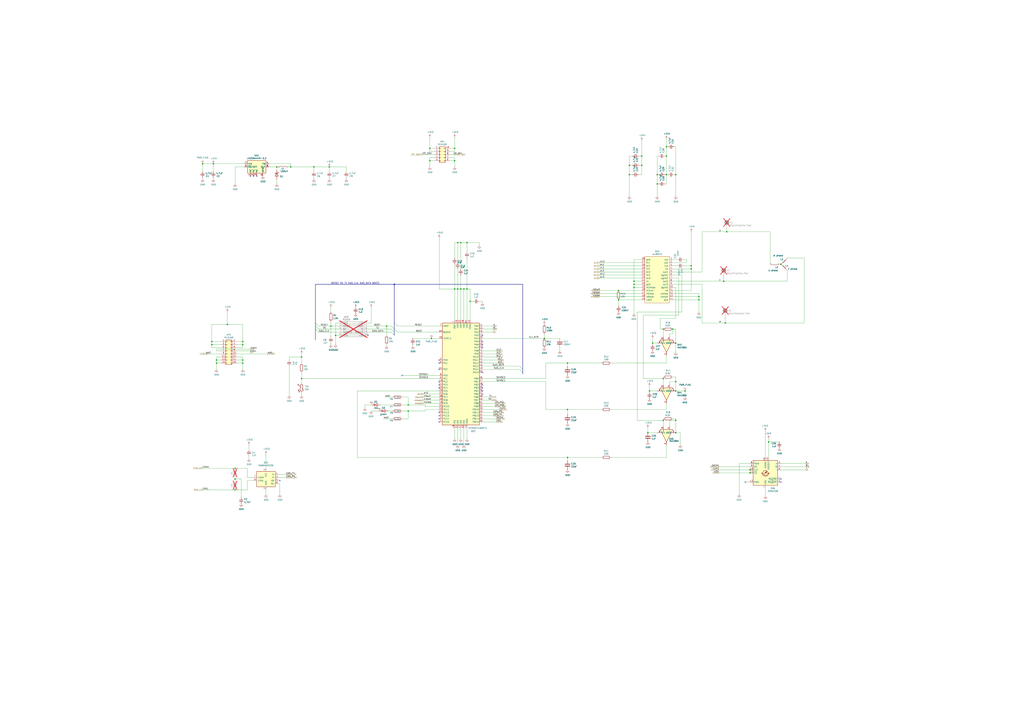
<source format=kicad_sch>
(kicad_sch (version 20231120) (generator "eeschema") (generator_version "8.0")
  (paper "A1")
  (lib_symbols
    (symbol "Amplifier_Current:INA194" (pin_names (offset 0.127))
      (property "Reference" "U" (at 3.81 3.81 0))
      (property "Value" "INA194" (at 3.81 -3.81 0))
      (symbol "INA194_1_1"
        (pin output line (at 7.62 0 180) (length 2.54) (name "~") (number "1"))
        (pin power_in line (at -2.54 -7.62 90) (length 3.81) (name "GND") (number "2"))
        (pin input line (at -7.62 2.54 0) (length 2.54) (name "+") (number "3"))
        (pin input line (at -7.62 -2.54 0) (length 2.54) (name "-") (number "4"))
        (pin power_in line (at -2.54 7.62 270) (length 3.81) (name "V+") (number "5"))
      )
    )
    (symbol "Connector_Generic:Conn_02x05_Counter_Clockwise" (pin_names (offset 1.016) hide)
      (property "Reference" "Conn_02x05_Counter_Clockwise6" (at 1.27 10.5918 0))
      (property "Value" "PLD10R" (at 1.27 8.2804 0))
      (symbol "Conn_02x05_Counter_Clockwise_1_1"
        (pin passive line (at -5.08 5.08 0) (length 3.81) (name "Pin_1") (number "1"))
        (pin passive line (at 7.62 5.08 180) (length 3.81) (name "Pin_10") (number "10"))
        (pin passive line (at -5.08 2.54 0) (length 3.81) (name "Pin_2") (number "2"))
        (pin passive line (at -5.08 0 0) (length 3.81) (name "Pin_3") (number "3"))
        (pin passive line (at -5.08 -2.54 0) (length 3.81) (name "Pin_4") (number "4"))
        (pin passive line (at -5.08 -5.08 0) (length 3.81) (name "Pin_5") (number "5"))
        (pin passive line (at 7.62 -5.08 180) (length 3.81) (name "Pin_6") (number "6"))
        (pin passive line (at 7.62 -2.54 180) (length 3.81) (name "Pin_7") (number "7"))
        (pin passive line (at 7.62 0 180) (length 3.81) (name "Pin_8") (number "8"))
        (pin passive line (at 7.62 2.54 180) (length 3.81) (name "Pin_9") (number "9"))
      )
    )
    (symbol "Connector_Generic:Conn_02x08_Odd_Even" (pin_names (offset 1.016) hide)
      (property "Reference" "J" (at 1.27 10.16 0))
      (property "Value" "Conn_02x08_Odd_Even" (at 1.27 -12.7 0))
      (symbol "Conn_02x08_Odd_Even_1_1"
        (pin passive line (at -5.08 7.62 0) (length 3.81) (name "Pin_1") (number "1"))
        (pin passive line (at 7.62 -2.54 180) (length 3.81) (name "Pin_10") (number "10"))
        (pin passive line (at -5.08 -5.08 0) (length 3.81) (name "Pin_11") (number "11"))
        (pin passive line (at 7.62 -5.08 180) (length 3.81) (name "Pin_12") (number "12"))
        (pin passive line (at -5.08 -7.62 0) (length 3.81) (name "Pin_13") (number "13"))
        (pin passive line (at 7.62 -7.62 180) (length 3.81) (name "Pin_14") (number "14"))
        (pin passive line (at -5.08 -10.16 0) (length 3.81) (name "Pin_15") (number "15"))
        (pin passive line (at 7.62 -10.16 180) (length 3.81) (name "Pin_16") (number "16"))
        (pin passive line (at 7.62 7.62 180) (length 3.81) (name "Pin_2") (number "2"))
        (pin passive line (at -5.08 5.08 0) (length 3.81) (name "Pin_3") (number "3"))
        (pin passive line (at 7.62 5.08 180) (length 3.81) (name "Pin_4") (number "4"))
        (pin passive line (at -5.08 2.54 0) (length 3.81) (name "Pin_5") (number "5"))
        (pin passive line (at 7.62 2.54 180) (length 3.81) (name "Pin_6") (number "6"))
        (pin passive line (at -5.08 0 0) (length 3.81) (name "Pin_7") (number "7"))
        (pin passive line (at 7.62 0 180) (length 3.81) (name "Pin_8") (number "8"))
        (pin passive line (at -5.08 -2.54 0) (length 3.81) (name "Pin_9") (number "9"))
      )
    )
    (symbol "Device:C" (pin_numbers hide) (pin_names (offset 0.254))
      (property "Reference" "C" (at 0.635 2.54 0))
      (property "Value" "C" (at 0.635 -2.54 0))
      (symbol "C_1_1"
        (pin passive line (at 0 3.81 270) (length 2.794) (name "~") (number "1"))
        (pin passive line (at 0 -3.81 90) (length 2.794) (name "~") (number "2"))
      )
    )
    (symbol "Device:C_Small" (pin_numbers hide) (pin_names (offset 0.254) hide)
      (property "Reference" "C" (at 0.254 1.778 0))
      (property "Value" "C_Small" (at 0.254 -2.032 0))
      (symbol "C_Small_1_1"
        (pin passive line (at 0 2.54 270) (length 2.032) (name "~") (number "1"))
        (pin passive line (at 0 -2.54 90) (length 2.032) (name "~") (number "2"))
      )
    )
    (symbol "Device:L" (pin_numbers hide) (pin_names (offset 1.016) hide)
      (property "Reference" "L" (at -1.27 0 90))
      (property "Value" "L" (at 1.905 0 90))
      (symbol "L_1_1"
        (pin passive line (at 0 3.81 270) (length 1.27) (name "1") (number "1"))
        (pin passive line (at 0 -3.81 90) (length 1.27) (name "2") (number "2"))
      )
    )
    (symbol "Device:LED" (pin_numbers hide) (pin_names (offset 1.016) hide)
      (property "Reference" "D" (at 0 2.54 0))
      (property "Value" "LED" (at 0 -2.54 0))
      (symbol "LED_1_1"
        (pin passive line (at -3.81 0 0) (length 2.54) (name "K") (number "1"))
        (pin passive line (at 3.81 0 180) (length 2.54) (name "A") (number "2"))
      )
    )
    (symbol "Device:L_45deg" (pin_numbers hide) (pin_names (offset 0))
      (property "Reference" "L" (at 5.08 2.54 0))
      (property "Value" "L_45deg" (at 8.255 0.635 0))
      (symbol "L_45deg_1_1"
        (pin passive line (at 2.54 -2.54 180) (length 0) (name "~") (number "1"))
        (pin passive line (at -2.54 2.54 0) (length 0) (name "~") (number "2"))
      )
    )
    (symbol "Device:R" (pin_numbers hide) (pin_names (offset 0))
      (property "Reference" "R" (at 2.032 0 90))
      (property "Value" "R" (at 0 0 90))
      (symbol "R_1_1"
        (pin passive line (at 0 3.81 270) (length 1.27) (name "~") (number "1"))
        (pin passive line (at 0 -3.81 90) (length 1.27) (name "~") (number "2"))
      )
    )
    (symbol "Device:Thermistor_NTC" (pin_numbers hide) (pin_names (offset 0))
      (property "Reference" "TH" (at -4.445 0 90))
      (property "Value" "Thermistor_NTC" (at 3.175 0 90))
      (symbol "Thermistor_NTC_1_1"
        (pin passive line (at 0 3.81 270) (length 1.27) (name "~") (number "1"))
        (pin passive line (at 0 -3.81 90) (length 1.27) (name "~") (number "2"))
      )
    )
    (symbol "Diode:MBR0530" (pin_numbers hide) (pin_names (offset 1.016) hide)
      (property "Reference" "D" (at 0 2.54 0))
      (property "Value" "MBR0530" (at 0 -2.54 0))
      (symbol "MBR0530_1_1"
        (pin passive line (at -3.81 0 0) (length 2.54) (name "K") (number "1"))
        (pin passive line (at 3.81 0 180) (length 2.54) (name "A") (number "2"))
      )
    )
    (symbol "INA194_1" (pin_names (offset 0.127))
      (property "Reference" "DA3" (at -1.1684 -8.7376 90))
      (property "Value" "INA180A" (at 1.143 -8.7376 90))
      (symbol "INA194_1_1_1"
        (pin output line (at 7.62 0 180) (length 2.54) (name "~") (number "1"))
        (pin power_in line (at -2.54 -7.62 90) (length 3.81) (name "GND") (number "2"))
        (pin input line (at -7.62 2.54 0) (length 2.54) (name "+") (number "3"))
        (pin input line (at -7.62 -2.54 0) (length 2.54) (name "-") (number "4"))
        (pin power_in line (at -2.54 7.62 270) (length 3.81) (name "V+") (number "5"))
      )
    )
    (symbol "Interface_CAN_LIN:SN65HVD235" (pin_names (offset 1.016))
      (property "Reference" "U" (at -2.54 10.16 0))
      (property "Value" "SN65HVD235" (at -2.54 7.62 0))
      (symbol "SN65HVD235_1_1"
        (pin input line (at -10.16 2.54 0) (length 2.54) (name "D") (number "1"))
        (pin power_in line (at 0 -10.16 90) (length 2.54) (name "GND") (number "2"))
        (pin power_in line (at 0 7.62 270) (length 2.54) (name "VCC") (number "3"))
        (pin output line (at -10.16 0 0) (length 2.54) (name "R") (number "4"))
        (pin input line (at -10.16 -2.54 0) (length 2.54) (name "AB") (number "5"))
        (pin bidirectional line (at 10.16 -2.54 180) (length 2.54) (name "CANL") (number "6"))
        (pin bidirectional line (at 10.16 0 180) (length 2.54) (name "CANH") (number "7"))
        (pin input line (at -10.16 -5.08 0) (length 2.54) (name "Rs") (number "8"))
      )
    )
    (symbol "LED_1" (pin_numbers hide) (pin_names (offset 1.016) hide)
      (property "Reference" "D3" (at 0 -2.54 0))
      (property "Value" "green" (at 0 2.54 0))
      (symbol "LED_1_1_1"
        (pin passive line (at -3.81 0 0) (length 2.54) (name "K") (number "1"))
        (pin passive line (at 3.81 0 180) (length 2.54) (name "A") (number "2"))
      )
    )
    (symbol "Mechanical:MountingHole_Pad" (pin_numbers hide) (pin_names (offset 1.016) hide) (exclude_from_sim yes) (in_bom no)
      (property "Reference" "H" (at 0 6.35 0))
      (property "Value" "MountingHole_Pad" (at 0 4.445 0))
      (symbol "MountingHole_Pad_1_1"
        (pin input line (at 0 -2.54 90) (length 2.54) (name "1") (number "1"))
      )
    )
    (symbol "Regulator_Switching:LM2594HVM-3.3"
      (property "Reference" "U" (at -7.62 6.35 0))
      (property "Value" "LM2594HVM-3.3" (at 0 6.35 0))
      (symbol "LM2594HVM-3.3_1_1"
        (pin passive line (at -5.08 -7.62 90) (length 2.54) (name "NC") (number "1"))
        (pin passive line (at -2.54 -7.62 90) (length 2.54) (name "NC") (number "2"))
        (pin passive line (at 0 -7.62 90) (length 2.54) (name "NC") (number "3"))
        (pin input line (at 10.16 2.54 180) (length 2.54) (name "FB") (number "4"))
        (pin input line (at -10.16 0 0) (length 2.54) (name "~{ON}/OFF") (number "5"))
        (pin power_in line (at 5.08 -7.62 90) (length 2.54) (name "GND") (number "6"))
        (pin power_in line (at -10.16 2.54 0) (length 2.54) (name "VIN") (number "7"))
        (pin output line (at 10.16 0 180) (length 2.54) (name "OUT") (number "8"))
      )
    )
    (symbol "Sensor_Magnetic:AS5045B"
      (property "Reference" "DA6" (at -6.096 -12.6746 0))
      (property "Value" "AS5045B" (at -6.096 -14.986 0))
      (symbol "AS5045B_1_1"
        (pin open_collector line (at -12.7 -5.08 0) (length 2.54) (name "~{MagINC}") (number "1"))
        (pin input line (at 12.7 2.54 180) (length 2.54) (name "CLK") (number "10"))
        (pin input line (at 12.7 0 180) (length 2.54) (name "~{CS}") (number "11"))
        (pin output line (at 12.7 -7.62 180) (length 2.54) (name "PWM") (number "12"))
        (pin no_connect line (at 10.16 -5.08 180) (length 2.54) hide (name "NC") (number "13"))
        (pin no_connect line (at 2.54 -10.16 90) (length 2.54) hide (name "NC") (number "14"))
        (pin power_in line (at -2.54 12.7 270) (length 2.54) (name "VDD3V3") (number "15"))
        (pin power_in line (at 0 12.7 270) (length 2.54) (name "VDD5V") (number "16"))
        (pin open_collector line (at -12.7 -7.62 0) (length 2.54) (name "~{MagDEC}") (number "2"))
        (pin output line (at -12.7 7.62 0) (length 2.54) (name "A") (number "3"))
        (pin output line (at -12.7 5.08 0) (length 2.54) (name "B") (number "4"))
        (pin no_connect line (at 10.16 -2.54 180) (length 2.54) hide (name "NC") (number "5"))
        (pin output line (at -12.7 2.54 0) (length 2.54) (name "I") (number "6"))
        (pin power_in line (at 0 -12.7 90) (length 2.54) (name "VSS") (number "7"))
        (pin input line (at 12.7 7.62 180) (length 2.54) (name "PDIO") (number "8"))
        (pin output line (at 12.7 5.08 180) (length 2.54) (name "DO") (number "9"))
      )
    )
    (symbol "motor_controller_50mm-rescue:+3.3V-power" (power) (pin_names (offset 0))
      (property "Value" "+3.3V-power" (at 0 3.556 0))
      (symbol "+3.3V-power_1_1"
        (pin power_in line (at 0 0 90) (length 0) hide (name "+3V3") (number "1"))
      )
    )
    (symbol "motor_controller_50mm-rescue:PROGRAMMATOR-kicad_Library" (pin_names (offset 1.016))
      (property "Reference" "xp" (at -8.89 22.86 0))
      (property "Value" "kicad_Library_PROGRAMMATOR" (at -10.16 5.08 0))
      (symbol "PROGRAMMATOR-kicad_Library_1_1"
        (pin passive line (at -20.32 19.05 0) (length 2.54) (name "GND") (number "1"))
        (pin power_out line (at 3.81 8.89 180) (length 2.54) (name "+5V") (number "10"))
        (pin power_out line (at 3.81 19.05 180) (length 2.54) (name "+3V") (number "2"))
        (pin input line (at -20.32 16.51 0) (length 2.54) (name "RESET") (number "3"))
        (pin input line (at 3.81 16.51 180) (length 2.54) (name "BOOT") (number "4"))
        (pin input line (at -20.32 13.97 0) (length 2.54) (name "RX") (number "5"))
        (pin output line (at 3.81 13.97 180) (length 2.54) (name "TX") (number "6"))
        (pin input line (at -20.32 11.43 0) (length 2.54) (name "SWDCLK") (number "7"))
        (pin bidirectional line (at 3.81 11.43 180) (length 2.54) (name "SWDDTA") (number "8"))
        (pin passive line (at -20.32 8.89 0) (length 2.54) (name "GND") (number "9"))
      )
    )
    (symbol "motor_controller_50mm-rescue:STM32F446RETx-MCU_ST_STM32F4"
      (property "Reference" "U" (at -15.24 41.91 0))
      (property "Value" "MCU_ST_STM32F4_STM32F446RETx" (at 10.16 41.91 0))
      (symbol "STM32F446RETx-MCU_ST_STM32F4_1_1"
        (pin power_in line (at -5.08 43.18 270) (length 2.54) (name "VBAT") (number "1"))
        (pin bidirectional line (at -17.78 -7.62 0) (length 2.54) (name "PC2") (number "10"))
        (pin bidirectional line (at -17.78 -10.16 0) (length 2.54) (name "PC3") (number "11"))
        (pin power_in line (at 5.08 -45.72 90) (length 2.54) (name "VSSA") (number "12"))
        (pin power_in line (at 7.62 43.18 270) (length 2.54) (name "VDDA") (number "13"))
        (pin bidirectional line (at 17.78 38.1 180) (length 2.54) (name "PA0") (number "14"))
        (pin bidirectional line (at 17.78 35.56 180) (length 2.54) (name "PA1") (number "15"))
        (pin bidirectional line (at 17.78 33.02 180) (length 2.54) (name "PA2") (number "16"))
        (pin bidirectional line (at 17.78 30.48 180) (length 2.54) (name "PA3") (number "17"))
        (pin power_in line (at -5.08 -45.72 90) (length 2.54) (name "VSS") (number "18"))
        (pin power_in line (at -2.54 43.18 270) (length 2.54) (name "VDD") (number "19"))
        (pin bidirectional line (at -17.78 -35.56 0) (length 2.54) (name "PC13") (number "2"))
        (pin bidirectional line (at 17.78 27.94 180) (length 2.54) (name "PA4") (number "20"))
        (pin bidirectional line (at 17.78 25.4 180) (length 2.54) (name "PA5") (number "21"))
        (pin bidirectional line (at 17.78 22.86 180) (length 2.54) (name "PA6") (number "22"))
        (pin bidirectional line (at 17.78 20.32 180) (length 2.54) (name "PA7") (number "23"))
        (pin bidirectional line (at -17.78 -12.7 0) (length 2.54) (name "PC4") (number "24"))
        (pin bidirectional line (at -17.78 -15.24 0) (length 2.54) (name "PC5") (number "25"))
        (pin bidirectional line (at 17.78 -5.08 180) (length 2.54) (name "PB0") (number "26"))
        (pin bidirectional line (at 17.78 -7.62 180) (length 2.54) (name "PB1") (number "27"))
        (pin bidirectional line (at 17.78 -10.16 180) (length 2.54) (name "PB2") (number "28"))
        (pin bidirectional line (at 17.78 -30.48 180) (length 2.54) (name "PB10") (number "29"))
        (pin bidirectional line (at -17.78 -38.1 0) (length 2.54) (name "PC14") (number "3"))
        (pin power_in line (at -17.78 27.94 0) (length 2.54) (name "VCAP_1") (number "30"))
        (pin power_in line (at -2.54 -45.72 90) (length 2.54) (name "VSS") (number "31"))
        (pin power_in line (at 0 43.18 270) (length 2.54) (name "VDD") (number "32"))
        (pin bidirectional line (at 17.78 -33.02 180) (length 2.54) (name "PB12") (number "33"))
        (pin bidirectional line (at 17.78 -35.56 180) (length 2.54) (name "PB13") (number "34"))
        (pin bidirectional line (at 17.78 -38.1 180) (length 2.54) (name "PB14") (number "35"))
        (pin bidirectional line (at 17.78 -40.64 180) (length 2.54) (name "PB15") (number "36"))
        (pin bidirectional line (at -17.78 -17.78 0) (length 2.54) (name "PC6") (number "37"))
        (pin bidirectional line (at -17.78 -20.32 0) (length 2.54) (name "PC7") (number "38"))
        (pin bidirectional line (at -17.78 -22.86 0) (length 2.54) (name "PC8") (number "39"))
        (pin bidirectional line (at -17.78 -40.64 0) (length 2.54) (name "PC15") (number "4"))
        (pin bidirectional line (at -17.78 -25.4 0) (length 2.54) (name "PC9") (number "40"))
        (pin bidirectional line (at 17.78 17.78 180) (length 2.54) (name "PA8") (number "41"))
        (pin bidirectional line (at 17.78 15.24 180) (length 2.54) (name "PA9") (number "42"))
        (pin bidirectional line (at 17.78 12.7 180) (length 2.54) (name "PA10") (number "43"))
        (pin bidirectional line (at 17.78 10.16 180) (length 2.54) (name "PA11") (number "44"))
        (pin bidirectional line (at 17.78 7.62 180) (length 2.54) (name "PA12") (number "45"))
        (pin bidirectional line (at 17.78 5.08 180) (length 2.54) (name "PA13") (number "46"))
        (pin power_in line (at 0 -45.72 90) (length 2.54) (name "VSS") (number "47"))
        (pin power_in line (at 2.54 43.18 270) (length 2.54) (name "VDD") (number "48"))
        (pin bidirectional line (at 17.78 2.54 180) (length 2.54) (name "PA14") (number "49"))
        (pin input line (at -17.78 10.16 0) (length 2.54) (name "PH0") (number "5"))
        (pin bidirectional line (at 17.78 0 180) (length 2.54) (name "PA15") (number "50"))
        (pin bidirectional line (at -17.78 -27.94 0) (length 2.54) (name "PC10") (number "51"))
        (pin bidirectional line (at -17.78 -30.48 0) (length 2.54) (name "PC11") (number "52"))
        (pin bidirectional line (at -17.78 -33.02 0) (length 2.54) (name "PC12") (number "53"))
        (pin bidirectional line (at -17.78 2.54 0) (length 2.54) (name "PD2") (number "54"))
        (pin bidirectional line (at 17.78 -12.7 180) (length 2.54) (name "PB3") (number "55"))
        (pin bidirectional line (at 17.78 -15.24 180) (length 2.54) (name "PB4") (number "56"))
        (pin bidirectional line (at 17.78 -17.78 180) (length 2.54) (name "PB5") (number "57"))
        (pin bidirectional line (at 17.78 -20.32 180) (length 2.54) (name "PB6") (number "58"))
        (pin bidirectional line (at 17.78 -22.86 180) (length 2.54) (name "PB7") (number "59"))
        (pin input line (at -17.78 7.62 0) (length 2.54) (name "PH1") (number "6"))
        (pin input line (at -17.78 33.02 0) (length 2.54) (name "BOOT0") (number "60"))
        (pin bidirectional line (at 17.78 -25.4 180) (length 2.54) (name "PB8") (number "61"))
        (pin bidirectional line (at 17.78 -27.94 180) (length 2.54) (name "PB9") (number "62"))
        (pin power_in line (at 2.54 -45.72 90) (length 2.54) (name "VSS") (number "63"))
        (pin power_in line (at 5.08 43.18 270) (length 2.54) (name "VDD") (number "64"))
        (pin input line (at -17.78 38.1 0) (length 2.54) (name "NRST") (number "7"))
        (pin bidirectional line (at -17.78 -2.54 0) (length 2.54) (name "PC0") (number "8"))
        (pin bidirectional line (at -17.78 -5.08 0) (length 2.54) (name "PC1") (number "9"))
      )
    )
    (symbol "motor_controller_50mm-rescue:drv8313-Driver_Motor" (pin_names (offset 1.016))
      (property "Reference" "DA2" (at -1.27 2.921 0))
      (property "Value" "drv8313" (at -1.27 0.6096 0))
      (symbol "drv8313-Driver_Motor_1_1"
        (pin input line (at -13.97 -3.81 0) (length 2.54) (name "cpl") (number "1"))
        (pin input line (at -13.97 -26.67 0) (length 2.54) (name "pgnd3") (number "10"))
        (pin input line (at -13.97 -29.21 0) (length 2.54) (name "vm") (number "11"))
        (pin input line (at -13.97 -31.75 0) (length 2.54) (name "compp") (number "12"))
        (pin input line (at -13.97 -34.29 0) (length 2.54) (name "compn") (number "13"))
        (pin power_in line (at -13.97 -36.83 0) (length 2.54) (name "gnd") (number "14"))
        (pin power_out line (at 11.43 -36.83 180) (length 2.54) (name "v3p3") (number "15"))
        (pin input line (at 11.43 -34.29 180) (length 2.54) (name "nReset") (number "16"))
        (pin input line (at 11.43 -31.75 180) (length 2.54) (name "nSleep") (number "17"))
        (pin output line (at 11.43 -29.21 180) (length 2.54) (name "nFault") (number "18"))
        (pin input line (at 11.43 -26.67 180) (length 2.54) (name "nCompo") (number "19"))
        (pin input line (at -13.97 -6.35 0) (length 2.54) (name "cph") (number "2"))
        (pin power_in line (at 11.43 -24.13 180) (length 2.54) (name "gnd") (number "20"))
        (pin input line (at 11.43 -21.59 180) (length 2.54) (name "nc") (number "21"))
        (pin input line (at 11.43 -19.05 180) (length 2.54) (name "en3") (number "22"))
        (pin input line (at 11.43 -16.51 180) (length 2.54) (name "in3") (number "23"))
        (pin input line (at 11.43 -13.97 180) (length 2.54) (name "en2") (number "24"))
        (pin input line (at 11.43 -11.43 180) (length 2.54) (name "in2") (number "25"))
        (pin input line (at 11.43 -8.89 180) (length 2.54) (name "en1") (number "26"))
        (pin input line (at 11.43 -6.35 180) (length 2.54) (name "in1") (number "27"))
        (pin power_in line (at 11.43 -3.81 180) (length 2.54) (name "gnd") (number "28"))
        (pin input line (at -13.97 -8.89 0) (length 2.54) (name "vcp") (number "3"))
        (pin input line (at -13.97 -11.43 0) (length 2.54) (name "vm") (number "4"))
        (pin output line (at -13.97 -13.97 0) (length 2.54) (name "out1") (number "5"))
        (pin input line (at -13.97 -16.51 0) (length 2.54) (name "pgnd1") (number "6"))
        (pin input line (at -13.97 -19.05 0) (length 2.54) (name "pgnd2") (number "7"))
        (pin output line (at -13.97 -21.59 0) (length 2.54) (name "out2") (number "8"))
        (pin output line (at -13.97 -24.13 0) (length 2.54) (name "out3") (number "9"))
      )
    )
    (symbol "power:+24V" (power) (pin_numbers hide) (pin_names (offset 0) hide)
      (property "Value" "+24V" (at 0 3.556 0))
      (symbol "+24V_1_1"
        (pin power_in line (at 0 0 90) (length 0) (name "~") (number "1"))
      )
    )
    (symbol "power:GND" (power) (pin_numbers hide) (pin_names (offset 0) hide)
      (property "Value" "GND" (at 0 -3.81 0))
      (symbol "GND_1_1"
        (pin power_in line (at 0 0 270) (length 0) (name "~") (number "1"))
      )
    )
    (symbol "power:PWR_FLAG" (power) (pin_numbers hide) (pin_names (offset 0) hide)
      (property "Value" "PWR_FLAG" (at 0 3.81 0))
      (symbol "PWR_FLAG_0_0"
        (pin power_out line (at 0 0 90) (length 0) (name "~") (number "1"))
      )
    )
  )
  (junction (at 466.09 298.45))
  (junction (at 247.65 293.37))
  (junction (at 539.75 143.51))
  (junction (at 574.04 246.38))
  (junction (at 175.26 134.62))
  (junction (at 562.61 321.31))
  (junction (at 378.46 237.49))
  (junction (at 166.37 134.62))
  (junction (at 186.69 266.7))
  (junction (at 554.99 355.6))
  (junction (at 375.92 199.39))
  (junction (at 547.37 128.27))
  (junction (at 641.35 217.17))
  (junction (at 323.85 233.68))
  (junction (at 383.54 199.39))
  (junction (at 199.39 295.91))
  (junction (at 193.04 393.7))
  (junction (at 520.7 231.14))
  (junction (at 199.39 280.67))
  (junction (at 373.38 132.08))
  (junction (at 335.28 332.74))
  (junction (at 381 237.49))
  (junction (at 508 246.38))
  (junction (at 554.99 321.31))
  (junction (at 574.04 243.84))
  (junction (at 544.83 345.44))
  (junction (at 378.46 199.39))
  (junction (at 527.05 128.27))
  (junction (at 567.69 220.98))
  (junction (at 544.83 311.15))
  (junction (at 354.33 278.13))
  (junction (at 466.09 375.92))
  (junction (at 631.19 363.22))
  (junction (at 373.38 121.92))
  (junction (at 177.8 298.45))
  (junction (at 193.04 384.81))
  (junction (at 533.4 321.31))
  (junction (at 596.9 190.5))
  (junction (at 335.28 337.82))
  (junction (at 447.04 278.13))
  (junction (at 257.81 137.16))
  (junction (at 271.78 267.97))
  (junction (at 238.76 137.16))
  (junction (at 527.05 135.89))
  (junction (at 317.5 267.97))
  (junction (at 595.63 265.43))
  (junction (at 375.92 237.49))
  (junction (at 520.7 236.22))
  (junction (at 173.99 283.21))
  (junction (at 383.54 237.49))
  (junction (at 270.51 137.16))
  (junction (at 535.94 281.94))
  (junction (at 199.39 283.21))
  (junction (at 466.09 336.55))
  (junction (at 539.75 151.13))
  (junction (at 567.69 218.44))
  (junction (at 615.95 386.08))
  (junction (at 544.83 270.51))
  (junction (at 508 238.76))
  (junction (at 353.06 132.08))
  (junction (at 552.45 270.51))
  (junction (at 532.13 355.6))
  (junction (at 177.8 295.91))
  (junction (at 554.99 313.69))
  (junction (at 173.99 280.67))
  (junction (at 516.89 143.51))
  (junction (at 193.04 402.59))
  (junction (at 275.59 275.59))
  (junction (at 199.39 298.45))
  (junction (at 547.37 120.65))
  (junction (at 516.89 135.89))
  (junction (at 594.36 231.14))
  (junction (at 247.65 311.15))
  (junction (at 353.06 121.92))
  (junction (at 554.99 345.44))
  (junction (at 615.95 388.62))
  (junction (at 373.38 237.49))
  (junction (at 547.37 143.51))
  (junction (at 386.08 247.65))
  (junction (at 554.99 281.94))
  (junction (at 520.7 233.68))
  (junction (at 554.99 143.51))
  (junction (at 227.33 137.16))
  (no_connect (at 396.24 275.59))
  (no_connect (at 360.68 341.63))
  (no_connect (at 229.87 394.97))
  (no_connect (at 360.68 339.09))
  (no_connect (at 330.2 308.61))
  (no_connect (at 396.24 321.31))
  (no_connect (at 396.24 318.77))
  (no_connect (at 205.74 144.78))
  (no_connect (at 360.68 295.91))
  (no_connect (at 302.26 275.59))
  (no_connect (at 396.24 285.75))
  (no_connect (at 210.82 144.78))
  (no_connect (at 396.24 280.67))
  (no_connect (at 360.68 318.77))
  (no_connect (at 360.68 313.69))
  (no_connect (at 396.24 323.85))
  (no_connect (at 360.68 344.17))
  (no_connect (at 641.35 396.24))
  (no_connect (at 360.68 346.71))
  (no_connect (at 360.68 303.53))
  (no_connect (at 396.24 316.23))
  (no_connect (at 396.24 283.21))
  (no_connect (at 641.35 393.7))
  (no_connect (at 360.68 316.23))
  (no_connect (at 612.14 396.24))
  (no_connect (at 208.28 144.78))
  (no_connect (at 360.68 298.45))
  (no_connect (at 396.24 306.07))
  (bus_entry (at 426.72 303.53) (size 2.54 2.54))
  (bus_entry (at 321.31 273.05) (size 2.54 2.54))
  (bus_entry (at 323.85 265.43) (size 2.54 2.54))
  (bus_entry (at 259.08 265.43) (size 2.54 2.54))
  (bus_entry (at 259.08 270.51) (size 2.54 2.54))
  (bus_entry (at 321.31 267.97) (size 2.54 2.54))
  (bus_entry (at 323.85 270.51) (size 2.54 2.54))
  (bus_entry (at 321.31 270.51) (size 2.54 2.54))
  (bus_entry (at 426.72 300.99) (size 2.54 2.54))
  (bus_entry (at 259.08 267.97) (size 2.54 2.54))
  (wire (pts (xy 360.68 311.15) (xy 247.65 311.15)))
  (wire (pts (xy 527.05 241.3) (xy 492.76 241.3)))
  (wire (pts (xy 378.46 237.49) (xy 378.46 262.89)))
  (wire (pts (xy 527.05 223.52) (xy 492.76 223.52)))
  (wire (pts (xy 549.91 316.23) (xy 549.91 313.69)))
  (wire (pts (xy 381 237.49) (xy 381 262.89)))
  (wire (pts (xy 238.76 137.16) (xy 238.76 134.62)))
  (wire (pts (xy 554.99 344.17) (xy 554.99 345.44)))
  (wire (pts (xy 407.67 288.29) (xy 396.24 288.29)))
  (wire (pts (xy 194.31 293.37) (xy 199.39 293.37)))
  (wire (pts (xy 208.28 392.43) (xy 203.2 392.43)))
  (wire (pts (xy 396.24 311.15) (xy 448.31 311.15)))
  (wire (pts (xy 547.37 292.1) (xy 547.37 298.45)))
  (wire (pts (xy 353.06 132.08) (xy 353.06 137.16)))
  (wire (pts (xy 641.35 386.08) (xy 661.67 386.08)))
  (wire (pts (xy 194.31 298.45) (xy 199.39 298.45)))
  (wire (pts (xy 594.36 231.14) (xy 594.36 226.06)))
  (wire (pts (xy 660.4 212.09) (xy 660.4 265.43)))
  (wire (pts (xy 448.31 336.55) (xy 448.31 313.69)))
  (wire (pts (xy 349.25 337.82) (xy 349.25 336.55)))
  (wire (pts (xy 562.61 321.31) (xy 562.61 326.39)))
  (wire (pts (xy 527.05 128.27) (xy 527.05 135.89)))
  (wire (pts (xy 193.04 402.59) (xy 203.2 402.59)))
  (wire (pts (xy 181.61 280.67) (xy 173.99 280.67)))
  (wire (pts (xy 527.05 135.89) (xy 527.05 143.51)))
  (wire (pts (xy 407.67 344.17) (xy 396.24 344.17)))
  (wire (pts (xy 523.24 256.54) (xy 560.07 256.54)))
  (wire (pts (xy 378.46 360.68) (xy 378.46 351.79)))
  (wire (pts (xy 539.75 281.94) (xy 535.94 281.94)))
  (wire (pts (xy 194.31 280.67) (xy 199.39 280.67)))
  (wire (pts (xy 270.51 137.16) (xy 270.51 140.97)))
  (wire (pts (xy 519.43 143.51) (xy 516.89 143.51)))
  (wire (pts (xy 533.4 321.31) (xy 533.4 317.5)))
  (wire (pts (xy 590.55 383.54) (xy 615.95 383.54)))
  (bus (pts (xy 259.08 270.51) (xy 259.08 279.4)))
  (wire (pts (xy 560.07 226.06) (xy 552.45 226.06)))
  (wire (pts (xy 330.2 337.82) (xy 335.28 337.82)))
  (wire (pts (xy 271.78 264.16) (xy 271.78 267.97)))
  (wire (pts (xy 628.65 401.32) (xy 628.65 407.67)))
  (wire (pts (xy 375.92 237.49) (xy 378.46 237.49)))
  (wire (pts (xy 405.13 267.97) (xy 396.24 267.97)))
  (wire (pts (xy 508 246.38) (xy 508 251.46)))
  (wire (pts (xy 558.8 365.76) (xy 558.8 355.6)))
  (wire (pts (xy 408.94 298.45) (xy 396.24 298.45)))
  (bus (pts (xy 259.08 233.68) (xy 259.08 265.43)))
  (wire (pts (xy 175.26 134.62) (xy 175.26 140.97)))
  (wire (pts (xy 466.09 336.55) (xy 494.03 336.55)))
  (wire (pts (xy 557.53 228.6) (xy 557.53 259.08)))
  (bus (pts (xy 429.26 233.68) (xy 429.26 303.53)))
  (wire (pts (xy 520.7 231.14) (xy 520.7 213.36)))
  (wire (pts (xy 516.89 143.51) (xy 516.89 135.89)))
  (wire (pts (xy 523.24 345.44) (xy 523.24 256.54)))
  (wire (pts (xy 356.87 121.92) (xy 353.06 121.92)))
  (wire (pts (xy 527.05 220.98) (xy 492.76 220.98)))
  (wire (pts (xy 554.99 321.31) (xy 562.61 321.31)))
  (bus (pts (xy 323.85 265.43) (xy 323.85 270.51)))
  (wire (pts (xy 278.13 273.05) (xy 261.62 273.05)))
  (wire (pts (xy 595.63 259.08) (xy 595.63 265.43)))
  (wire (pts (xy 567.69 218.44) (xy 567.69 190.5)))
  (wire (pts (xy 270.51 146.05) (xy 270.51 147.32)))
  (wire (pts (xy 193.04 393.7) (xy 198.12 393.7)))
  (wire (pts (xy 330.2 326.39) (xy 335.28 326.39)))
  (wire (pts (xy 628.65 354.33) (xy 628.65 375.92)))
  (wire (pts (xy 181.61 285.75) (xy 173.99 285.75)))
  (wire (pts (xy 547.37 128.27) (xy 547.37 143.51)))
  (wire (pts (xy 175.26 146.05) (xy 175.26 147.32)))
  (wire (pts (xy 631.19 375.92) (xy 631.19 363.22)))
  (wire (pts (xy 194.31 288.29) (xy 205.74 288.29)))
  (bus (pts (xy 259.08 233.68) (xy 323.85 233.68)))
  (wire (pts (xy 236.22 137.16) (xy 238.76 137.16)))
  (wire (pts (xy 524.51 143.51) (xy 527.05 143.51)))
  (wire (pts (xy 466.09 336.55) (xy 448.31 336.55)))
  (wire (pts (xy 383.54 199.39) (xy 393.7 199.39)))
  (wire (pts (xy 360.68 237.49) (xy 373.38 237.49)))
  (wire (pts (xy 369.57 129.54) (xy 373.38 129.54)))
  (wire (pts (xy 563.88 215.9) (xy 563.88 213.36)))
  (wire (pts (xy 516.89 135.89) (xy 516.89 128.27)))
  (wire (pts (xy 386.08 247.65) (xy 386.08 262.89)))
  (wire (pts (xy 373.38 124.46) (xy 373.38 121.92)))
  (wire (pts (xy 519.43 128.27) (xy 516.89 128.27)))
  (wire (pts (xy 405.13 339.09) (xy 396.24 339.09)))
  (wire (pts (xy 547.37 336.55) (xy 501.65 336.55)))
  (wire (pts (xy 552.45 270.51) (xy 552.45 274.32)))
  (wire (pts (xy 375.92 220.98) (xy 375.92 237.49)))
  (wire (pts (xy 186.69 266.7) (xy 173.99 266.7)))
  (wire (pts (xy 218.44 406.4) (xy 218.44 402.59)))
  (wire (pts (xy 247.65 322.58) (xy 247.65 325.12)))
  (wire (pts (xy 516.89 143.51) (xy 516.89 161.29)))
  (wire (pts (xy 177.8 293.37) (xy 177.8 295.91)))
  (wire (pts (xy 466.09 300.99) (xy 466.09 298.45)))
  (bus (pts (xy 259.08 265.43) (xy 259.08 267.97)))
  (wire (pts (xy 339.09 283.21) (xy 339.09 284.48)))
  (wire (pts (xy 193.04 137.16) (xy 200.66 137.16)))
  (wire (pts (xy 237.49 295.91) (xy 237.49 293.37)))
  (wire (pts (xy 552.45 233.68) (xy 576.58 233.68)))
  (wire (pts (xy 381 351.79) (xy 381 365.76)))
  (wire (pts (xy 544.83 316.23) (xy 544.83 311.15)))
  (wire (pts (xy 257.81 140.97) (xy 257.81 137.16)))
  (bus (pts (xy 323.85 273.05) (xy 323.85 275.59)))
  (wire (pts (xy 194.31 295.91) (xy 199.39 295.91)))
  (wire (pts (xy 378.46 199.39) (xy 383.54 199.39)))
  (wire (pts (xy 317.5 267.97) (xy 317.5 275.59)))
  (wire (pts (xy 520.7 231.14) (xy 520.7 233.68)))
  (wire (pts (xy 314.96 344.17) (xy 322.58 344.17)))
  (bus (pts (xy 323.85 233.68) (xy 323.85 265.43)))
  (wire (pts (xy 561.34 218.44) (xy 567.69 218.44)))
  (wire (pts (xy 177.8 287.02) (xy 177.8 288.29)))
  (wire (pts (xy 533.4 322.58) (xy 533.4 321.31)))
  (wire (pts (xy 554.99 281.94) (xy 554.99 289.56)))
  (wire (pts (xy 552.45 236.22) (xy 554.99 236.22)))
  (wire (pts (xy 632.46 190.5) (xy 596.9 190.5)))
  (wire (pts (xy 560.07 256.54) (xy 560.07 226.06)))
  (wire (pts (xy 378.46 226.06) (xy 378.46 237.49)))
  (wire (pts (xy 373.38 212.09) (xy 373.38 199.39)))
  (wire (pts (xy 549.91 345.44) (xy 554.99 345.44)))
  (wire (pts (xy 304.8 332.74) (xy 299.72 332.74)))
  (bus (pts (xy 429.26 303.53) (xy 429.26 306.07)))
  (wire (pts (xy 554.99 309.88) (xy 554.99 313.69)))
  (wire (pts (xy 317.5 267.97) (xy 302.26 267.97)))
  (wire (pts (xy 383.54 237.49) (xy 383.54 262.89)))
  (wire (pts (xy 181.61 295.91) (xy 177.8 295.91)))
  (wire (pts (xy 535.94 281.94) (xy 535.94 278.13)))
  (wire (pts (xy 567.69 220.98) (xy 567.69 218.44)))
  (wire (pts (xy 238.76 137.16) (xy 257.81 137.16)))
  (wire (pts (xy 375.92 237.49) (xy 375.92 262.89)))
  (wire (pts (xy 407.67 293.37) (xy 396.24 293.37)))
  (wire (pts (xy 330.2 332.74) (xy 335.28 332.74)))
  (wire (pts (xy 378.46 199.39) (xy 375.92 199.39)))
  (wire (pts (xy 393.7 247.65) (xy 396.24 247.65)))
  (wire (pts (xy 229.87 397.51) (xy 228.6 397.51)))
  (wire (pts (xy 275.59 265.43) (xy 278.13 265.43)))
  (wire (pts (xy 335.28 344.17) (xy 335.28 337.82)))
  (wire (pts (xy 596.9 190.5) (xy 576.58 190.5)))
  (wire (pts (xy 373.38 129.54) (xy 373.38 132.08)))
  (wire (pts (xy 552.45 231.14) (xy 594.36 231.14)))
  (wire (pts (xy 590.55 386.08) (xy 615.95 386.08)))
  (wire (pts (xy 532.13 351.79) (xy 532.13 355.6)))
  (wire (pts (xy 549.91 313.69) (xy 554.99 313.69)))
  (wire (pts (xy 520.7 236.22) (xy 527.05 236.22)))
  (wire (pts (xy 228.6 394.97) (xy 229.87 394.97)))
  (wire (pts (xy 554.99 345.44) (xy 554.99 355.6)))
  (wire (pts (xy 466.09 378.46) (xy 466.09 375.92)))
  (wire (pts (xy 542.29 261.62) (xy 542.29 270.51)))
  (wire (pts (xy 501.65 375.92) (xy 547.37 375.92)))
  (wire (pts (xy 199.39 285.75) (xy 199.39 283.21)))
  (wire (pts (xy 234.95 392.43) (xy 228.6 392.43)))
  (wire (pts (xy 175.26 134.62) (xy 166.37 134.62)))
  (wire (pts (xy 360.68 278.13) (xy 354.33 278.13)))
  (wire (pts (xy 574.04 243.84) (xy 574.04 246.38)))
  (wire (pts (xy 615.95 388.62) (xy 618.49 388.62)))
  (wire (pts (xy 544.83 270.51) (xy 544.83 276.86)))
  (wire (pts (xy 546.1 151.13) (xy 547.37 151.13)))
  (wire (pts (xy 408.94 295.91) (xy 396.24 295.91)))
  (wire (pts (xy 238.76 134.62) (xy 220.98 134.62)))
  (wire (pts (xy 275.59 275.59) (xy 275.59 265.43)))
  (wire (pts (xy 574.04 241.3) (xy 574.04 243.84)))
  (wire (pts (xy 396.24 247.65) (xy 396.24 248.92)))
  (wire (pts (xy 257.81 147.32) (xy 257.81 146.05)))
  (wire (pts (xy 528.32 259.08) (xy 528.32 311.15)))
  (wire (pts (xy 247.65 298.45) (xy 247.65 293.37)))
  (wire (pts (xy 641.35 381) (xy 661.67 381)))
  (wire (pts (xy 353.06 132.08) (xy 356.87 132.08)))
  (wire (pts (xy 544.83 350.52) (xy 544.83 345.44)))
  (wire (pts (xy 193.04 392.43) (xy 193.04 393.7)))
  (wire (pts (xy 271.78 267.97) (xy 278.13 267.97)))
  (wire (pts (xy 615.95 396.24) (xy 612.14 396.24)))
  (wire (pts (xy 347.98 323.85) (xy 360.68 323.85)))
  (wire (pts (xy 257.81 137.16) (xy 270.51 137.16)))
  (wire (pts (xy 527.05 233.68) (xy 520.7 233.68)))
  (wire (pts (xy 535.94 283.21) (xy 535.94 281.94)))
  (wire (pts (xy 353.06 129.54) (xy 353.06 132.08)))
  (wire (pts (xy 373.38 360.68) (xy 373.38 351.79)))
  (wire (pts (xy 373.38 137.16) (xy 373.38 132.08)))
  (wire (pts (xy 410.21 336.55) (xy 396.24 336.55)))
  (wire (pts (xy 447.04 274.32) (xy 447.04 278.13)))
  (wire (pts (xy 524.51 128.27) (xy 527.05 128.27)))
  (wire (pts (xy 375.92 199.39) (xy 373.38 199.39)))
  (wire (pts (xy 284.48 137.16) (xy 284.48 140.97)))
  (wire (pts (xy 396.24 334.01) (xy 406.4 334.01)))
  (wire (pts (xy 552.45 344.17) (xy 554.99 344.17)))
  (wire (pts (xy 318.77 337.82) (xy 322.58 337.82)))
  (wire (pts (xy 552.45 238.76) (xy 567.69 238.76)))
  (wire (pts (xy 304.8 337.82) (xy 311.15 337.82)))
  (wire (pts (xy 360.68 195.58) (xy 360.68 237.49)))
  (wire (pts (xy 375.92 351.79) (xy 375.92 365.76)))
  (wire (pts (xy 549.91 274.32) (xy 552.45 274.32)))
  (wire (pts (xy 554.99 143.51) (xy 554.99 161.29)))
  (wire (pts (xy 403.86 326.39) (xy 396.24 326.39)))
  (wire (pts (xy 199.39 266.7) (xy 186.69 266.7)))
  (wire (pts (xy 552.45 309.88) (xy 554.99 309.88)))
  (wire (pts (xy 275.59 283.21) (xy 275.59 275.59)))
  (wire (pts (xy 632.46 217.17) (xy 632.46 190.5)))
  (wire (pts (xy 492.76 238.76) (xy 508 238.76)))
  (wire (pts (xy 317.5 283.21) (xy 317.5 284.48)))
  (wire (pts (xy 335.28 332.74) (xy 349.25 332.74)))
  (wire (pts (xy 558.8 355.6) (xy 554.99 355.6)))
  (wire (pts (xy 369.57 124.46) (xy 373.38 124.46)))
  (wire (pts (xy 407.67 346.71) (xy 396.24 346.71)))
  (wire (pts (xy 607.06 406.4) (xy 607.06 381)))
  (wire (pts (xy 539.75 128.27) (xy 539.75 143.51)))
  (wire (pts (xy 373.38 217.17) (xy 373.38 237.49)))
  (wire (pts (xy 186.69 256.54) (xy 186.69 266.7)))
  (wire (pts (xy 375.92 215.9) (xy 375.92 199.39)))
  (wire (pts (xy 546.1 128.27) (xy 547.37 128.27)))
  (wire (pts (xy 533.4 321.31) (xy 539.75 321.31)))
  (wire (pts (xy 553.72 120.65) (xy 554.99 120.65)))
  (wire (pts (xy 547.37 298.45) (xy 501.65 298.45)))
  (wire (pts (xy 396.24 300.99) (xy 426.72 300.99)))
  (wire (pts (xy 547.37 331.47) (xy 547.37 336.55)))
  (wire (pts (xy 293.37 321.31) (xy 293.37 375.92)))
  (wire (pts (xy 541.02 151.13) (xy 539.75 151.13)))
  (wire (pts (xy 524.51 135.89) (xy 527.05 135.89)))
  (wire (pts (xy 237.49 300.99) (xy 237.49 325.12)))
  (wire (pts (xy 641.35 383.54) (xy 661.67 383.54)))
  (wire (pts (xy 181.61 293.37) (xy 177.8 293.37)))
  (wire (pts (xy 173.99 283.21) (xy 173.99 280.67)))
  (wire (pts (xy 541.02 143.51) (xy 539.75 143.51)))
  (wire (pts (xy 406.4 331.47) (xy 396.24 331.47)))
  (wire (pts (xy 335.28 337.82) (xy 349.25 337.82)))
  (wire (pts (xy 312.42 332.74) (xy 322.58 332.74)))
  (wire (pts (xy 199.39 295.91) (xy 199.39 298.45)))
  (wire (pts (xy 378.46 220.98) (xy 378.46 199.39)))
  (wire (pts (xy 347.98 326.39) (xy 360.68 326.39)))
  (wire (pts (xy 557.53 259.08) (xy 528.32 259.08)))
  (wire (pts (xy 205.74 288.29) (xy 205.74 289.56)))
  (wire (pts (xy 199.39 293.37) (xy 199.39 295.91)))
  (wire (pts (xy 234.95 389.89) (xy 228.6 389.89)))
  (wire (pts (xy 284.48 146.05) (xy 284.48 147.32)))
  (wire (pts (xy 383.54 212.09) (xy 383.54 237.49)))
  (wire (pts (xy 554.99 120.65) (xy 554.99 143.51)))
  (wire (pts (xy 552.45 220.98) (xy 567.69 220.98)))
  (wire (pts (xy 356.87 127) (xy 346.71 127)))
  (wire (pts (xy 527.05 226.06) (xy 492.76 226.06)))
  (wire (pts (xy 563.88 213.36) (xy 561.34 213.36)))
  (wire (pts (xy 177.8 288.29) (xy 181.61 288.29)))
  (wire (pts (xy 519.43 135.89) (xy 516.89 135.89)))
  (wire (pts (xy 335.28 326.39) (xy 335.28 332.74)))
  (wire (pts (xy 373.38 121.92) (xy 369.57 121.92)))
  (wire (pts (xy 354.33 278.13) (xy 339.09 278.13)))
  (wire (pts (xy 360.68 321.31) (xy 293.37 321.31)))
  (wire (pts (xy 547.37 375.92) (xy 547.37 365.76)))
  (wire (pts (xy 590.55 388.62) (xy 615.95 388.62)))
  (bus (pts (xy 323.85 270.51) (xy 323.85 273.05)))
  (wire (pts (xy 547.37 114.3) (xy 547.37 120.65)))
  (wire (pts (xy 349.25 336.55) (xy 360.68 336.55)))
  (wire (pts (xy 181.61 283.21) (xy 173.99 283.21)))
  (wire (pts (xy 271.78 281.94) (xy 271.78 283.21)))
  (wire (pts (xy 539.75 143.51) (xy 539.75 151.13)))
  (wire (pts (xy 199.39 280.67) (xy 199.39 266.7)))
  (wire (pts (xy 544.83 345.44) (xy 544.83 344.17)))
  (wire (pts (xy 304.8 252.73) (xy 304.8 265.43)))
  (wire (pts (xy 166.37 147.32) (xy 166.37 146.05)))
  (wire (pts (xy 353.06 124.46) (xy 356.87 124.46)))
  (wire (pts (xy 349.25 334.01) (xy 360.68 334.01)))
  (wire (pts (xy 373.38 127) (xy 369.57 127)))
  (wire (pts (xy 548.64 120.65) (xy 547.37 120.65)))
  (wire (pts (xy 407.67 290.83) (xy 396.24 290.83)))
  (bus (pts (xy 259.08 267.97) (xy 259.08 270.51)))
  (wire (pts (xy 193.04 137.16) (xy 193.04 151.13)))
  (wire (pts (xy 527.05 115.57) (xy 527.05 128.27)))
  (wire (pts (xy 405.13 341.63) (xy 396.24 341.63)))
  (wire (pts (xy 553.72 143.51) (xy 554.99 143.51)))
  (wire (pts (xy 607.06 381) (xy 615.95 381)))
  (wire (pts (xy 247.65 311.15) (xy 247.65 314.96)))
  (wire (pts (xy 373.38 132.08) (xy 369.57 132.08)))
  (wire (pts (xy 466.09 298.45) (xy 448.31 298.45)))
  (wire (pts (xy 552.45 218.44) (xy 556.26 218.44)))
  (wire (pts (xy 595.63 265.43) (xy 660.4 265.43)))
  (wire (pts (xy 321.31 273.05) (xy 302.26 273.05)))
  (wire (pts (xy 396.24 303.53) (xy 426.72 303.53)))
  (wire (pts (xy 177.8 298.45) (xy 177.8 303.53)))
  (wire (pts (xy 541.02 128.27) (xy 539.75 128.27)))
  (wire (pts (xy 549.91 274.32) (xy 549.91 276.86)))
  (wire (pts (xy 660.4 212.09) (xy 646.43 212.09)))
  (wire (pts (xy 542.29 270.51) (xy 544.83 270.51)))
  (wire (pts (xy 631.19 363.22) (xy 631.19 360.68)))
  (wire (pts (xy 293.37 375.92) (xy 466.09 375.92)))
  (wire (pts (xy 198.12 393.7) (xy 198.12 408.94)))
  (wire (pts (xy 527.05 238.76) (xy 508 238.76)))
  (wire (pts (xy 199.39 298.45) (xy 199.39 303.53)))
  (wire (pts (xy 646.43 222.25) (xy 646.43 231.14)))
  (wire (pts (xy 396.24 278.13) (xy 447.04 278.13)))
  (wire (pts (xy 539.75 355.6) (xy 532.13 355.6)))
  (wire (pts (xy 373.38 237.49) (xy 375.92 237.49)))
  (wire (pts (xy 204.47 369.57) (xy 204.47 365.76)))
  (wire (pts (xy 166.37 384.81) (xy 193.04 384.81)))
  (wire (pts (xy 203.2 384.81) (xy 203.2 392.43)))
  (wire (pts (xy 549.91 350.52) (xy 549.91 345.44)))
  (wire (pts (xy 494.03 298.45) (xy 466.09 298.45)))
  (wire (pts (xy 554.99 236.22) (xy 554.99 261.62)))
  (wire (pts (xy 194.31 283.21) (xy 199.39 283.21)))
  (wire (pts (xy 466.09 375.92) (xy 494.03 375.92)))
  (wire (pts (xy 304.8 265.43) (xy 302.26 265.43)))
  (wire (pts (xy 381 237.49) (xy 383.54 237.49)))
  (wire (pts (xy 227.33 139.7) (xy 227.33 137.16)))
  (wire (pts (xy 278.13 270.51) (xy 261.62 270.51)))
  (wire (pts (xy 388.62 247.65) (xy 386.08 247.65)))
  (wire (pts (xy 552.45 215.9) (xy 563.88 215.9)))
  (wire (pts (xy 567.69 238.76) (xy 567.69 220.98)))
  (wire (pts (xy 204.47 374.65) (xy 204.47 377.19)))
  (wire (pts (xy 353.06 121.92) (xy 353.06 124.46)))
  (wire (pts (xy 199.39 283.21) (xy 199.39 280.67)))
  (wire (pts (xy 383.54 360.68) (xy 383.54 351.79)))
  (wire (pts (xy 247.65 306.07) (xy 247.65 311.15)))
  (wire (pts (xy 547.37 120.65) (xy 547.37 128.27)))
  (wire (pts (xy 615.95 386.08) (xy 618.49 386.08)))
  (wire (pts (xy 271.78 252.73) (xy 271.78 256.54)))
  (wire (pts (xy 527.05 218.44) (xy 492.76 218.44)))
  (wire (pts (xy 393.7 201.93) (xy 393.7 199.39)))
  (wire (pts (xy 386.08 237.49) (xy 386.08 247.65)))
  (wire (pts (xy 528.32 311.15) (xy 544.83 311.15)))
  (wire (pts (xy 527.05 246.38) (xy 508 246.38)))
  (wire (pts (xy 447.04 278.13) (xy 459.74 278.13)))
  (wire (pts (xy 576.58 265.43) (xy 595.63 265.43)))
  (wire (pts (xy 271.78 267.97) (xy 271.78 276.86)))
  (wire (pts (xy 181.61 290.83) (xy 168.91 290.83)))
  (wire (pts (xy 552.45 223.52) (xy 576.58 223.52)))
  (wire (pts (xy 193.04 384.81) (xy 203.2 384.81)))
  (wire (pts (xy 556.26 213.36) (xy 552.45 213.36)))
  (wire (pts (xy 356.87 129.54) (xy 353.06 129.54)))
  (wire (pts (xy 166.37 402.59) (xy 193.04 402.59)))
  (bus (pts (xy 429.26 306.07) (xy 429.26 307.34)))
  (bus (pts (xy 429.26 233.68) (xy 323.85 233.68)))
  (wire (pts (xy 349.25 332.74) (xy 349.25 334.01)))
  (wire (pts (xy 270.51 137.16) (xy 284.48 137.16)))
  (wire (pts (xy 386.08 237.49) (xy 383.54 237.49)))
  (wire (pts (xy 219.71 290.83) (xy 194.31 290.83)))
  (wire (pts (xy 520.7 257.81) (xy 520.7 236.22)))
  (wire (pts (xy 552.45 246.38) (xy 574.04 246.38)))
  (wire (pts (xy 520.7 233.68) (xy 520.7 236.22)))
  (wire (pts (xy 227.33 137.16) (xy 228.6 137.16)))
  (wire (pts (xy 527.05 228.6) (xy 492.76 228.6)))
  (wire (pts (xy 547.37 143.51) (xy 547.37 151.13)))
  (wire (pts (xy 527.05 215.9) (xy 492.76 215.9)))
  (wire (pts (xy 326.39 267.97) (xy 360.68 267.97)))
  (wire (pts (xy 448.31 298.45) (xy 448.31 311.15)))
  (wire (pts (xy 378.46 237.49) (xy 381 237.49)))
  (wire (pts (xy 194.31 285.75) (xy 199.39 285.75)))
  (wire (pts (xy 527.05 243.84) (xy 492.76 243.84)))
  (wire (pts (xy 554.99 261.62) (xy 542.29 261.62)))
  (wire (pts (xy 181.61 298.45) (xy 177.8 298.45)))
  (wire (pts (xy 220.98 137.16) (xy 227.33 137.16)))
  (wire (pts (xy 247.65 290.83) (xy 247.65 293.37)))
  (wire (pts (xy 596.9 186.69) (xy 596.9 190.5)))
  (wire (pts (xy 316.23 326.39) (xy 322.58 326.39)))
  (wire (pts (xy 554.99 270.51) (xy 554.99 281.94)))
  (wire (pts (xy 347.98 328.93) (xy 360.68 328.93)))
  (wire (pts (xy 574.04 246.38) (xy 574.04 256.54)))
  (wire (pts (xy 173.99 280.67) (xy 173.99 266.7)))
  (wire (pts (xy 548.64 143.51) (xy 547.37 143.51)))
  (wire (pts (xy 326.39 273.05) (xy 360.68 273.05)))
  (wire (pts (xy 203.2 402.59) (xy 203.2 394.97)))
  (wire (pts (xy 193.04 393.7) (xy 193.04 394.97)))
  (wire (pts (xy 278.13 275.59) (xy 275.59 275.59)))
  (wire (pts (xy 373.38 121.92) (xy 373.38 113.03)))
  (wire (pts (xy 552.45 228.6) (xy 557.53 228.6)))
  (wire (pts (xy 552.45 270.51) (xy 554.99 270.51)))
  (wire (pts (xy 175.26 134.62) (xy 200.66 134.62)))
  (wire (pts (xy 347.98 331.47) (xy 360.68 331.47)))
  (wire (pts (xy 546.1 143.51) (xy 547.37 143.51)))
  (wire (pts (xy 203.2 394.97) (xy 208.28 394.97)))
  (wire (pts (xy 396.24 313.69) (xy 448.31 313.69)))
  (wire (pts (xy 237.49 293.37) (xy 247.65 293.37)))
  (wire (pts (xy 554.99 313.69) (xy 554.99 321.31)))
  (wire (pts (xy 353.06 121.92) (xy 353.06 113.03)))
  (wire (pts (xy 321.31 270.51) (xy 302.26 270.51)))
  (wire (pts (xy 166.37 134.62) (xy 166.37 140.97)))
  (wire (pts (xy 403.86 328.93) (xy 396.24 328.93)))
  (wire (pts (xy 466.09 340.36) (xy 466.09 336.55)))
  (wire (pts (xy 173.99 285.75) (xy 173.99 283.21)))
  (wire (pts (xy 527.05 231.14) (xy 520.7 231.14)))
  (wire (pts (xy 330.2 344.17) (xy 335.28 344.17)))
  (wire (pts (xy 552.45 243.84) (xy 574.04 243.84)))
  (wire (pts (xy 576.58 223.52) (xy 576.58 190.5)))
  (wire (pts (xy 640.08 217.17) (xy 641.35 217.17)))
  (wire (pts (xy 229.87 406.4) (xy 229.87 397.51)))
  (wire (pts (xy 405.13 270.51) (xy 396.24 270.51)))
  (wire (pts (xy 330.2 308.61) (xy 360.68 308.61)))
  (wire (pts (xy 218.44 373.38) (xy 218.44 384.81)))
  (wire (pts (xy 321.31 267.97) (xy 317.5 267.97)))
  (wire (pts (xy 539.75 151.13) (xy 539.75 161.29)))
  (wire (pts (xy 227.33 151.13) (xy 227.33 147.32)))
  (wire (pts (xy 177.8 295.91) (xy 177.8 298.45)))
  (wire (pts (xy 523.24 345.44) (xy 544.83 345.44)))
  (wire (pts (xy 383.54 207.01) (xy 383.54 199.39)))
  (wire (pts (xy 261.62 267.97) (xy 271.78 267.97)))
  (wire (pts (xy 527.05 213.36) (xy 520.7 213.36)))
  (wire (pts (xy 405.13 273.05) (xy 396.24 273.05)))
  (wire (pts (xy 544.83 311.15) (xy 544.83 309.88)))
  (wire (pts (xy 459.74 285.75) (xy 459.74 288.29)))
  (wire (pts (xy 552.45 241.3) (xy 574.04 241.3)))
  (wire (pts (xy 646.43 231.14) (xy 594.36 231.14)))
  (wire (pts (xy 205.74 287.02) (xy 177.8 287.02)))
  (wire (pts (xy 299.72 332.74) (xy 299.72 335.28)))
  (wire (pts (xy 373.38 237.49) (xy 373.38 262.89)))
  (wire (pts (xy 640.08 363.22) (xy 631.19 363.22)))
  (wire (pts (xy 576.58 265.43) (xy 576.58 233.68)))
  (label "CAN_TX" (at 234.95 389.89 0))
  (label "RESET" (at 269.24 267.97 180))
  (label "WL2" (at 407.67 293.37 0))
  (label "led1" (at 316.23 326.39 0))
  (label "SENSE2" (at 407.67 311.15 0))
  (label "led2" (at 168.91 290.83 0))
  (label "SENSE3" (at 344.17 311.15 0))
  (label "en1" (at 492.76 218.44 0))
  (label "nfault" (at 492.76 238.76 180))
  (label "CANH" (at 166.37 384.81 0))
  (label "CLK1" (at 590.55 386.08 180))
  (label "RESET" (at 346.71 267.97 180))
  (label "SWD_CLK" (at 414.02 303.53 180))
  (label "SWD_CLK" (at 270.51 273.05 180))
  (label "RX" (at 267.97 270.51 180))
  (label "I2C_SCL" (at 406.4 331.47 0))
  (label "WL2" (at 492.76 226.06 0))
  (label "RX" (at 403.86 328.93 180))
  (label "I" (at 405.13 273.05 0))
  (label "I2C_SDA" (at 346.71 127 0))
  (label "TX" (at 403.86 326.39 180))
  (label "en1" (at 408.94 295.91 0))
  (label "BOOT" (at 312.42 267.97 180))
  (label "VL2" (at 492.76 220.98 0))
  (label "TX" (at 311.15 270.51 180))
  (label "en2" (at 408.94 298.45 0))
  (label "led2" (at 314.96 344.17 0))
  (label "V" (at 590.55 231.14 0))
  (label "CANH" (at 205.74 287.02 0))
  (label "CANL" (at 166.37 402.59 0))
  (label "CAN_RX" (at 234.95 392.43 0))
  (label "en3" (at 492.76 228.6 0))
  (label "BOOT" (at 346.71 273.05 180))
  (label "en2" (at 492.76 223.52 0))
  (label "W" (at 590.55 265.43 0))
  (label "VLT_MTR" (at 434.34 278.13 0))
  (label "A" (at 405.13 267.97 0))
  (label "VL2" (at 407.67 290.83 0))
  (label "I2C_SDA" (at 406.4 334.01 0))
  (label "CANL" (at 205.74 289.56 0))
  (label "nreset" (at 347.98 328.93 0))
  (label "CAN_RX" (at 405.13 339.09 0))
  (label "SWD_DATA" (at 414.02 300.99 180))
  (label "CLK1" (at 410.21 336.55 0))
  (label "SENSE1" (at 407.67 313.69 0))
  (label "A" (at 661.67 381 0))
  (label "nsleep" (at 492.76 241.3 180))
  (label "CAN_TX" (at 405.13 341.63 0))
  (label "CS1" (at 407.67 346.71 0))
  (label "nsleep" (at 347.98 331.47 0))
  (label "I2C_SCL" (at 372.11 127 0))
  (label "DATA1" (at 590.55 383.54 180))
  (label "nreset" (at 492.76 243.84 180))
  (label "SWD_DATA" (at 314.96 273.05 180))
  (label "led1" (at 219.71 290.83 0))
  (label "UL2" (at 492.76 215.9 0))
  (label "B" (at 405.13 270.51 0))
  (label "en3" (at 347.98 323.85 0))
  (label "nfault" (at 347.98 326.39 0))
  (label "SENSE4" (at 344.17 308.61 0))
  (label "UL2" (at 407.67 288.29 0))
  (label "U" (at 590.55 190.5 0))
  (label "B" (at 661.67 383.54 0))
  (label "CS1" (at 590.55 388.62 180))
  (label "I" (at 661.67 386.08 0))
  (label "DATA1" (at 407.67 344.17 0))
  (label "{RESET RX TX SWD_CLK SWD_DATA BOOT}" (at 271.78 233.68 0))
  (hierarchical_label "VL2" (shape input) (at 407.67 290.83 0))
  (hierarchical_label "UL2" (shape input) (at 492.76 215.9 180))
  (hierarchical_label "nreset" (shape input) (at 492.76 243.84 180))
  (hierarchical_label "nfault" (shape input) (at 347.98 326.39 180))
  (hierarchical_label "nsleep" (shape input) (at 492.76 241.3 180))
  (hierarchical_label "H" (shape output) (at 205.74 287.02 0))
  (hierarchical_label "CAN_RX" (shape input) (at 234.95 392.43 0))
  (hierarchical_label "VL2" (shape input) (at 492.76 220.98 180))
  (hierarchical_label "CLK1" (shape input) (at 590.55 386.08 180))
  (hierarchical_label "TX" (shape input) (at 403.86 326.39 0))
  (hierarchical_label "RX" (shape input) (at 403.86 328.93 0))
  (hierarchical_label "A" (shape input) (at 661.67 381 0))
  (hierarchical_label "LED2" (shape output) (at 170.18 290.83 180))
  (hierarchical_label "LED1" (shape output) (at 219.71 290.83 0))
  (hierarchical_label "CAN_TX" (shape input) (at 234.95 389.89 0))
  (hierarchical_label "en1" (shape input) (at 492.76 218.44 180))
  (hierarchical_label "WL2" (shape input) (at 492.76 226.06 180))
  (hierarchical_label "CLK1" (shape input) (at 410.21 336.55 0))
  (hierarchical_label "en3" (shape input) (at 347.98 323.85 180))
  (hierarchical_label "UL2" (shape input) (at 407.67 288.29 0))
  (hierarchical_label "I" (shape input) (at 405.13 273.05 0))
  (hierarchical_label "en2" (shape input) (at 492.76 223.52 180))
  (hierarchical_label "A" (shape input) (at 405.13 267.97 0))
  (hierarchical_label "I2C_SDA" (shape input) (at 406.4 334.01 0))
  (hierarchical_label "en2" (shape input) (at 408.94 298.45 0))
  (hierarchical_label "I" (shape input) (at 661.67 386.08 0))
  (hierarchical_label "CAN_TX" (shape input) (at 405.13 341.63 0))
  (hierarchical_label "B" (shape input) (at 661.67 383.54 0))
  (hierarchical_label "en3" (shape input) (at 492.76 228.6 180))
  (hierarchical_label "CAN_L" (shape input) (at 166.37 402.59 180))
  (hierarchical_label "DATA1" (shape input) (at 407.67 344.17 0))
  (hierarchical_label "nreset" (shape input) (at 347.98 331.47 180))
  (hierarchical_label "I2C_SDA" (shape output) (at 346.71 127 180))
  (hierarchical_label "nfault" (shape input) (at 492.76 238.76 180))
  (hierarchical_label "DATA1" (shape input) (at 590.55 383.54 180))
  (hierarchical_label "CS1" (shape input) (at 590.55 388.62 180))
  (hierarchical_label "nsleep" (shape input) (at 347.98 328.93 180))
  (hierarchical_label "L" (shape output) (at 205.74 289.56 0))
  (hierarchical_label "CAN_RX" (shape input) (at 405.13 339.09 0))
  (hierarchical_label "en1" (shape input) (at 408.94 295.91 0))
  (hierarchical_label "CAN_H" (shape input) (at 166.37 384.81 180))
  (hierarchical_label "WL2" (shape input) (at 407.67 293.37 0))
  (hierarchical_label "CS1" (shape input) (at 407.67 346.71 0))
  (hierarchical_label "I2C_SCL" (shape input) (at 406.4 331.47 0))
  (hierarchical_label "I2C_SCL" (shape output) (at 373.38 127 0))
  (hierarchical_label "B" (shape input) (at 405.13 270.51 0))
  (symbol (lib_id "power:PWR_FLAG") (at 562.61 321.31 0) (unit 1)
    (property "Reference" "#FLG03" (effects (hide yes)))
    (property "Value" "PWR_FLAG" (at 562.61 316.23 0))
    (property "Description" "Special symbol for telling ERC where power comes from" (effects (hide yes)))
    (instances (project "Controllers" (path "" (reference "#FLG03") (unit 1)) (path "" (reference "#FLG09") (unit 1)) (path "" (reference "#FLG018") (unit 1)) (path "" (reference "#FLG06") (unit 1)) (path "" (reference "#FLG015") (unit 1)) (path "" (reference "#FLG012") (unit 1))))
  )
  (symbol (lib_id "motor_controller_50mm-rescue:+3.3V-power") (at 292.1 252.73 0) (unit 1)
    (property "Reference" "#PWR026" (effects (hide yes)))
    (property "Value" "+3V3" (at 292.481 248.3358 0))
    (instances (project "Controllers" (path "" (reference "#PWR026") (unit 1)) (path "" (reference "#PWR0172") (unit 1)) (path "" (reference "#PWR0391") (unit 1)) (path "" (reference "#PWR099") (unit 1)) (path "" (reference "#PWR0318") (unit 1)) (path "" (reference "#PWR0245") (unit 1))))
  )
  (symbol (lib_id "Device:C_Small") (at 378.46 223.52 0) (unit 1)
    (property "Reference" "C14" (at 380.7968 222.3516 0) (effects (justify left)))
    (property "Value" "1uF" (at 380.7968 224.663 0) (effects (justify left)))
    (property "Footprint" "Capacitor_SMD:C_0603_1608Metric" (effects (hide yes)))
    (property "Datasheet" "https://file.elecfans.com/web1/M00/EE/BA/o4YBAGCcfnGAT_WoAAx9DcNsuGI049.pdf" (effects (hide yes)))
    (property "Description" "Chip Capacitor (MLCC) 0603 1µF -20~+80% 10V Y5V" (effects (hide yes)))
    (property "manf#" "CC0603ZRY5V6BB105" (effects (hide yes)))
    (instances (project "Controllers" (path "" (reference "C14") (unit 1)) (path "" (reference "C84") (unit 1)) (path "" (reference "C189") (unit 1)) (path "" (reference "C49") (unit 1)) (path "" (reference "C154") (unit 1)) (path "" (reference "C119") (unit 1))))
  )
  (symbol (lib_id "Device:R") (at 447.04 270.51 0) (unit 1)
    (property "Reference" "R10" (at 448.818 269.3416 0) (effects (justify left)))
    (property "Value" "100K" (at 448.818 271.653 0) (effects (justify left)))
    (property "Footprint" "Resistor_SMD:R_0603_1608Metric" (effects (hide yes)))
    (property "Datasheet" "https://file.elecfans.com/web1/M00/8C/E1/pIYBAFybLPGAGP4AAA_0AGCR09U105.pdf" (effects (hide yes)))
    (property "Description" "Chip Resistors 0603 100KΩ ±5% 1/10W ±100ppm/℃" (effects (hide yes)))
    (property "manf#" "RC0603JR-07100KL" (effects (hide yes)))
    (instances (project "Controllers" (path "" (reference "R10") (unit 1)) (path "" (reference "R46") (unit 1)) (path "" (reference "R100") (unit 1)) (path "" (reference "R28") (unit 1)) (path "" (reference "R82") (unit 1)) (path "" (reference "R64") (unit 1))))
  )
  (symbol (lib_id "Device:C_Small") (at 543.56 151.13 270) (mirror x) (unit 1)
    (property "Reference" "C30" (at 544.83 148.59 0) (effects (justify left)))
    (property "Value" "4.7uF" (at 542.417 148.7932 0) (effects (justify left)))
    (property "Footprint" "Capacitor_SMD:C_1210_3225Metric" (effects (hide yes)))
    (property "Datasheet" "https://file.elecfans.com/web2/M00/23/91/pYYBAGGtqWSAWc30ABgvj7hJVh8369.pdf" (effects (hide yes)))
    (property "Description" "Chip Capacitor (MLCC) 1210 4.7µF ±10% 50V X7R" (effects (hide yes)))
    (property "manf#" "CC1210KKX7R9BB475" (effects (hide yes)))
    (instances (project "Controllers" (path "" (reference "C30") (unit 1)) (path "" (reference "C100") (unit 1)) (path "" (reference "C213") (unit 1)) (path "" (reference "C65") (unit 1)) (path "" (reference "C170") (unit 1)) (path "" (reference "C135") (unit 1))))
  )
  (symbol (lib_id "Device:C_Small") (at 640.08 365.76 0) (mirror y) (unit 1)
    (property "Reference" "C35" (at 637.54 364.49 0) (effects (justify left)))
    (property "Value" "1uF" (at 637.7432 366.903 0) (effects (justify left)))
    (property "Footprint" "Capacitor_SMD:C_0603_1608Metric" (effects (hide yes)))
    (property "Datasheet" "https://file.elecfans.com/web1/M00/EE/BA/o4YBAGCcfnGAT_WoAAx9DcNsuGI049.pdf" (effects (hide yes)))
    (property "Description" "Chip Capacitor (MLCC) 0603 1µF -20~+80% 10V Y5V" (effects (hide yes)))
    (property "manf#" "CC0603ZRY5V6BB105" (effects (hide yes)))
    (instances (project "Controllers" (path "" (reference "C35") (unit 1)) (path "" (reference "C105") (unit 1)) (path "" (reference "C218") (unit 1)) (path "" (reference "C70") (unit 1)) (path "" (reference "C175") (unit 1)) (path "" (reference "C140") (unit 1))))
  )
  (symbol (lib_id "Device:C_Small") (at 257.81 143.51 0) (mirror x) (unit 1)
    (property "Reference" "C6" (at 260.35 144.78 0) (effects (justify left)))
    (property "Value" "4.7uF" (at 260.1468 142.367 0) (effects (justify left)))
    (property "Footprint" "Capacitor_SMD:C_1210_3225Metric" (effects (hide yes)))
    (property "Datasheet" "https://file.elecfans.com/web2/M00/23/91/pYYBAGGtqWSAWc30ABgvj7hJVh8369.pdf" (effects (hide yes)))
    (property "Description" "Chip Capacitor (MLCC) 1210 4.7µF ±10% 50V X7R" (effects (hide yes)))
    (property "manf#" "CC1210KKX7R9BB475" (effects (hide yes)))
    (instances (project "Controllers" (path "" (reference "C6") (unit 1)) (path "" (reference "C76") (unit 1)) (path "" (reference "C181") (unit 1)) (path "" (reference "C41") (unit 1)) (path "" (reference "C146") (unit 1)) (path "" (reference "C111") (unit 1))))
  )
  (symbol (lib_id "Device:C_Small") (at 204.47 372.11 0) (unit 1)
    (property "Reference" "C4" (at 206.8068 372.11 0) (effects (justify left)))
    (property "Value" "1uF" (at 207.01 374.142 0) (effects (justify left)))
    (property "Footprint" "Capacitor_SMD:C_0603_1608Metric" (effects (hide yes)))
    (property "Datasheet" "https://file.elecfans.com/web1/M00/EE/BA/o4YBAGCcfnGAT_WoAAx9DcNsuGI049.pdf" (effects (hide yes)))
    (property "Description" "Chip Capacitor (MLCC) 0603 1µF -20~+80% 10V Y5V" (effects (hide yes)))
    (property "manf#" "CC0603ZRY5V6BB105" (effects (hide yes)))
    (instances (project "Controllers" (path "" (reference "C4") (unit 1)) (path "" (reference "C74") (unit 1)) (path "" (reference "C179") (unit 1)) (path "" (reference "C39") (unit 1)) (path "" (reference "C144") (unit 1)) (path "" (reference "C109") (unit 1))))
  )
  (symbol (lib_id "Device:C_Small") (at 271.78 279.4 0) (unit 1)
    (property "Reference" "C8" (at 265.43 279.3746 0) (effects (justify left)))
    (property "Value" "1uF" (at 265.43 281.686 0) (effects (justify left)))
    (property "Footprint" "Capacitor_SMD:C_0603_1608Metric" (effects (hide yes)))
    (property "Datasheet" "https://file.elecfans.com/web1/M00/EE/BA/o4YBAGCcfnGAT_WoAAx9DcNsuGI049.pdf" (effects (hide yes)))
    (property "Description" "Chip Capacitor (MLCC) 0603 1µF -20~+80% 10V Y5V" (effects (hide yes)))
    (property "manf#" "CC0603ZRY5V6BB105" (effects (hide yes)))
    (instances (project "Controllers" (path "" (reference "C8") (unit 1)) (path "" (reference "C78") (unit 1)) (path "" (reference "C183") (unit 1)) (path "" (reference "C43") (unit 1)) (path "" (reference "C148") (unit 1)) (path "" (reference "C113") (unit 1))))
  )
  (symbol (lib_id "Device:R") (at 548.64 309.88 270) (unit 1)
    (property "Reference" "R17" (at 548.64 304.6222 90))
    (property "Value" "0.01" (at 548.64 306.9336 90))
    (property "Footprint" "Resistor_SMD:R_2512_6332Metric" (effects (hide yes)))
    (property "Datasheet" "https://file.elecfans.com/web2/M00/40/AD/poYBAGJzR76AT9DyAAz0neG9NIk727.pdf" (effects (hide yes)))
    (property "Description" "Current Sense Resistors 2512 10mΩ ±1% ±25ppm/℃ 3W" (effects (hide yes)))
    (property "manf#" "LR2512-23R010F4" (effects (hide yes)))
    (instances (project "Controllers" (path "" (reference "R17") (unit 1)) (path "" (reference "R53") (unit 1)) (path "" (reference "R107") (unit 1)) (path "" (reference "R35") (unit 1)) (path "" (reference "R89") (unit 1)) (path "" (reference "R71") (unit 1))))
  )
  (symbol (lib_id "Device:L_45deg") (at 643.89 219.71 0) (unit 1) (in_bom no) (on_board no)
    (property "Reference" "L4" (at 646.176 218.44 0))
    (property "Value" "V phase" (at 651.002 220.98 0))
    (property "Description" "Inductor, rotated by 45°" (effects (hide yes)))
    (instances (project "Controllers" (path "" (reference "L4") (unit 1)) (path "" (reference "L12") (unit 1)) (path "" (reference "L24") (unit 1)) (path "" (reference "L8") (unit 1)) (path "" (reference "L20") (unit 1)) (path "" (reference "L16") (unit 1))))
  )
  (symbol (lib_id "Device:C") (at 466.09 382.27 0) (unit 1)
    (property "Reference" "C20" (at 469.011 381.1016 0) (effects (justify left)))
    (property "Value" "22pF" (at 469.011 383.413 0) (effects (justify left)))
    (property "Footprint" "Capacitor_SMD:C_0603_1608Metric" (effects (hide yes)))
    (property "Datasheet" "https://file.elecfans.com/web2/M00/22/2C/poYBAGGm0i6ANly8AAlc8dhBj-0401.pdf" (effects (hide yes)))
    (property "Description" "Chip Capacitor (MLCC) 0603 22pF ±5% 50V C0G(NP0)" (effects (hide yes)))
    (property "manf#" "TCC0603COG220J500CT" (effects (hide yes)))
    (instances (project "Controllers" (path "" (reference "C20") (unit 1)) (path "" (reference "C90") (unit 1)) (path "" (reference "C195") (unit 1)) (path "" (reference "C55") (unit 1)) (path "" (reference "C160") (unit 1)) (path "" (reference "C125") (unit 1))))
  )
  (symbol (lib_id "power:GND") (at 199.39 303.53 0) (unit 1)
    (property "Reference" "#PWR08" (effects (hide yes)))
    (property "Value" "GND" (at 199.517 307.9242 0))
    (property "Description" "Power symbol creates a global label with name \"GND\" , ground" (effects (hide yes)))
    (instances (project "Controllers" (path "" (reference "#PWR08") (unit 1)) (path "" (reference "#PWR0154") (unit 1)) (path "" (reference "#PWR0373") (unit 1)) (path "" (reference "#PWR081") (unit 1)) (path "" (reference "#PWR0300") (unit 1)) (path "" (reference "#PWR0227") (unit 1))))
  )
  (symbol (lib_id "Sensor_Magnetic:AS5045B") (at 628.65 388.62 0) (mirror y) (unit 1)
    (property "Reference" "DA6" (at 634.746 401.2946 0))
    (property "Value" "AS5045B" (at 634.746 403.606 0))
    (property "Footprint" "Package_SO:SSOP-16_5.3x6.2mm_P0.65mm" (effects (hide yes)))
    (property "Datasheet" "https://ams.com/documents/20143/36005/AS5045B_DS000397_2-00.pdf" (effects (hide yes)))
    (property "Description" "Magnetic Position Sensor, 12-bit, PWM Output, ABI Output, SPI Interface, SSOP-16" (effects (hide yes)))
    (property "manf#" "AS5045B-ASST" (effects (hide yes)))
    (instances (project "Controllers" (path "" (reference "DA6") (unit 1)) (path "" (reference "DA18") (unit 1)) (path "" (reference "DA36") (unit 1)) (path "" (reference "DA12") (unit 1)) (path "" (reference "DA30") (unit 1)) (path "" (reference "DA24") (unit 1))))
  )
  (symbol (lib_id "Device:C_Small") (at 175.26 143.51 0) (mirror x) (unit 1)
    (property "Reference" "C2" (at 177.8 144.78 0) (effects (justify left)))
    (property "Value" "4.7uF" (at 177.5968 142.367 0) (effects (justify left)))
    (property "Footprint" "Capacitor_SMD:C_1210_3225Metric" (effects (hide yes)))
    (property "Datasheet" "https://file.elecfans.com/web2/M00/23/91/pYYBAGGtqWSAWc30ABgvj7hJVh8369.pdf" (effects (hide yes)))
    (property "Description" "Chip Capacitor (MLCC) 1210 4.7µF ±10% 50V X7R" (effects (hide yes)))
    (property "manf#" "CC1210KKX7R9BB475" (effects (hide yes)))
    (instances (project "Controllers" (path "" (reference "C2") (unit 1)) (path "" (reference "C72") (unit 1)) (path "" (reference "C177") (unit 1)) (path "" (reference "C37") (unit 1)) (path "" (reference "C142") (unit 1)) (path "" (reference "C107") (unit 1))))
  )
  (symbol (lib_id "Device:C_Small") (at 373.38 214.63 0) (unit 1)
    (property "Reference" "C12" (at 375.7168 214.63 0) (effects (justify left)))
    (property "Value" "1uF" (at 375.7168 215.773 0) (effects (justify left)))
    (property "Footprint" "Capacitor_SMD:C_0603_1608Metric" (effects (hide yes)))
    (property "Datasheet" "https://file.elecfans.com/web1/M00/EE/BA/o4YBAGCcfnGAT_WoAAx9DcNsuGI049.pdf" (effects (hide yes)))
    (property "Description" "Chip Capacitor (MLCC) 0603 1µF -20~+80% 10V Y5V" (effects (hide yes)))
    (property "manf#" "CC0603ZRY5V6BB105" (effects (hide yes)))
    (instances (project "Controllers" (path "" (reference "C12") (unit 1)) (path "" (reference "C82") (unit 1)) (path "" (reference "C187") (unit 1)) (path "" (reference "C47") (unit 1)) (path "" (reference "C152") (unit 1)) (path "" (reference "C117") (unit 1))))
  )
  (symbol (lib_id "Mechanical:MountingHole_Pad") (at 594.36 223.52 0) (unit 1) (in_bom no) (on_board no) (dnp yes)
    (property "Reference" "V1" (at 596.9 222.2754 0) (effects (justify left)))
    (property "Value" "MountingHole_Pad" (at 596.9 224.5868 0) (effects (justify left)))
    (property "Footprint" "Connector_Pin:Pin_D1.0mm_L10.0mm_LooseFit" (effects (hide yes)))
    (instances (project "Controllers" (path "" (reference "V1") (unit 1)) (path "" (reference "V3") (unit 1)) (path "" (reference "V6") (unit 1)) (path "" (reference "V2") (unit 1)) (path "" (reference "V5") (unit 1)) (path "" (reference "V4") (unit 1))))
  )
  (symbol (lib_id "power:+24V") (at 175.26 134.62 0) (unit 1)
    (property "Reference" "#PWR02" (effects (hide yes)))
    (property "Value" "+24V" (at 175.641 130.2258 0))
    (property "Description" "Power symbol creates a global label with name \"+24V\"" (effects (hide yes)))
    (instances (project "Controllers" (path "" (reference "#PWR02") (unit 1)) (path "" (reference "#PWR0148") (unit 1)) (path "" (reference "#PWR0367") (unit 1)) (path "" (reference "#PWR075") (unit 1)) (path "" (reference "#PWR0294") (unit 1)) (path "" (reference "#PWR0221") (unit 1))))
  )
  (symbol (lib_id "power:GND") (at 378.46 360.68 0) (unit 1)
    (property "Reference" "#PWR040" (effects (hide yes)))
    (property "Value" "GND" (at 378.587 365.0742 0))
    (property "Description" "Power symbol creates a global label with name \"GND\" , ground" (effects (hide yes)))
    (instances (project "Controllers" (path "" (reference "#PWR040") (unit 1)) (path "" (reference "#PWR0186") (unit 1)) (path "" (reference "#PWR0405") (unit 1)) (path "" (reference "#PWR0113") (unit 1)) (path "" (reference "#PWR0332") (unit 1)) (path "" (reference "#PWR0259") (unit 1))))
  )
  (symbol (lib_id "power:+24V") (at 567.69 190.5 0) (unit 1)
    (property "Reference" "#PWR067" (effects (hide yes)))
    (property "Value" "+24V" (at 568.071 186.1058 0))
    (property "Description" "Power symbol creates a global label with name \"+24V\"" (effects (hide yes)))
    (instances (project "Controllers" (path "" (reference "#PWR067") (unit 1)) (path "" (reference "#PWR0213") (unit 1)) (path "" (reference "#PWR0432") (unit 1)) (path "" (reference "#PWR0140") (unit 1)) (path "" (reference "#PWR0359") (unit 1)) (path "" (reference "#PWR0286") (unit 1))))
  )
  (symbol (lib_id "motor_controller_50mm-rescue:+3.3V-power") (at 304.8 252.73 0) (unit 1)
    (property "Reference" "#PWR029" (effects (hide yes)))
    (property "Value" "+3V3" (at 305.181 248.3358 0))
    (instances (project "Controllers" (path "" (reference "#PWR029") (unit 1)) (path "" (reference "#PWR0175") (unit 1)) (path "" (reference "#PWR0394") (unit 1)) (path "" (reference "#PWR0102") (unit 1)) (path "" (reference "#PWR0321") (unit 1)) (path "" (reference "#PWR0248") (unit 1))))
  )
  (symbol (lib_id "power:GND") (at 339.09 284.48 0) (unit 1)
    (property "Reference" "#PWR032" (effects (hide yes)))
    (property "Value" "GND" (at 339.217 288.8742 0))
    (property "Description" "Power symbol creates a global label with name \"GND\" , ground" (effects (hide yes)))
    (instances (project "Controllers" (path "" (reference "#PWR032") (unit 1)) (path "" (reference "#PWR0178") (unit 1)) (path "" (reference "#PWR0397") (unit 1)) (path "" (reference "#PWR0105") (unit 1)) (path "" (reference "#PWR0324") (unit 1)) (path "" (reference "#PWR0251") (unit 1))))
  )
  (symbol (lib_id "Device:C_Small") (at 383.54 209.55 0) (unit 1)
    (property "Reference" "C15" (at 385.8768 208.3816 0) (effects (justify left)))
    (property "Value" "1uF" (at 385.8768 210.693 0) (effects (justify left)))
    (property "Footprint" "Capacitor_SMD:C_0603_1608Metric" (effects (hide yes)))
    (property "Datasheet" "https://file.elecfans.com/web1/M00/EE/BA/o4YBAGCcfnGAT_WoAAx9DcNsuGI049.pdf" (effects (hide yes)))
    (property "Description" "Chip Capacitor (MLCC) 0603 1µF -20~+80% 10V Y5V" (effects (hide yes)))
    (property "manf#" "CC0603ZRY5V6BB105" (effects (hide yes)))
    (instances (project "Controllers" (path "" (reference "C15") (unit 1)) (path "" (reference "C85") (unit 1)) (path "" (reference "C190") (unit 1)) (path "" (reference "C50") (unit 1)) (path "" (reference "C155") (unit 1)) (path "" (reference "C120") (unit 1))))
  )
  (symbol (lib_id "Device:C_Small") (at 551.18 143.51 270) (mirror x) (unit 1)
    (property "Reference" "C32" (at 552.45 140.97 0) (effects (justify left)))
    (property "Value" "4.7uF" (at 550.037 141.1732 0) (effects (justify left)))
    (property "Footprint" "Capacitor_SMD:C_1210_3225Metric" (effects (hide yes)))
    (property "Datasheet" "https://file.elecfans.com/web2/M00/23/91/pYYBAGGtqWSAWc30ABgvj7hJVh8369.pdf" (effects (hide yes)))
    (property "Description" "Chip Capacitor (MLCC) 1210 4.7µF ±10% 50V X7R" (effects (hide yes)))
    (property "manf#" "CC1210KKX7R9BB475" (effects (hide yes)))
    (instances (project "Controllers" (path "" (reference "C32") (unit 1)) (path "" (reference "C102") (unit 1)) (path "" (reference "C215") (unit 1)) (path "" (reference "C67") (unit 1)) (path "" (reference "C172") (unit 1)) (path "" (reference "C137") (unit 1))))
  )
  (symbol (lib_id "Device:C_Small") (at 284.48 143.51 0) (mirror x) (unit 1)
    (property "Reference" "C9" (at 287.02 144.78 0) (effects (justify left)))
    (property "Value" "4.7uF" (at 286.8168 142.367 0) (effects (justify left)))
    (property "Footprint" "Capacitor_SMD:C_1210_3225Metric" (effects (hide yes)))
    (property "Datasheet" "https://file.elecfans.com/web2/M00/23/91/pYYBAGGtqWSAWc30ABgvj7hJVh8369.pdf" (effects (hide yes)))
    (property "Description" "Chip Capacitor (MLCC) 1210 4.7µF ±10% 50V X7R" (effects (hide yes)))
    (property "manf#" "CC1210KKX7R9BB475" (effects (hide yes)))
    (instances (project "Controllers" (path "" (reference "C9") (unit 1)) (path "" (reference "C79") (unit 1)) (path "" (reference "C184") (unit 1)) (path "" (reference "C44") (unit 1)) (path "" (reference "C149") (unit 1)) (path "" (reference "C114") (unit 1))))
  )
  (symbol (lib_id "power:GND") (at 204.47 377.19 0) (unit 1)
    (property "Reference" "#PWR010" (effects (hide yes)))
    (property "Value" "GND" (at 204.597 381.5842 0))
    (property "Description" "Power symbol creates a global label with name \"GND\" , ground" (effects (hide yes)))
    (instances (project "Controllers" (path "" (reference "#PWR010") (unit 1)) (path "" (reference "#PWR0156") (unit 1)) (path "" (reference "#PWR0375") (unit 1)) (path "" (reference "#PWR083") (unit 1)) (path "" (reference "#PWR0302") (unit 1)) (path "" (reference "#PWR0229") (unit 1))))
  )
  (symbol (lib_id "power:GND") (at 373.38 360.68 0) (unit 1)
    (property "Reference" "#PWR036" (effects (hide yes)))
    (property "Value" "GND" (at 373.507 365.0742 0))
    (property "Description" "Power symbol creates a global label with name \"GND\" , ground" (effects (hide yes)))
    (instances (project "Controllers" (path "" (reference "#PWR036") (unit 1)) (path "" (reference "#PWR0184") (unit 1)) (path "" (reference "#PWR0403") (unit 1)) (path "" (reference "#PWR0111") (unit 1)) (path "" (reference "#PWR0330") (unit 1)) (path "" (reference "#PWR0257") (unit 1))))
  )
  (symbol (lib_id "power:GND") (at 640.08 368.3 0) (unit 1)
    (property "Reference" "#PWR073" (effects (hide yes)))
    (property "Value" "GND" (at 640.207 372.6942 0))
    (property "Description" "Power symbol creates a global label with name \"GND\" , ground" (effects (hide yes)))
    (instances (project "Controllers" (path "" (reference "#PWR073") (unit 1)) (path "" (reference "#PWR0219") (unit 1)) (path "" (reference "#PWR0438") (unit 1)) (path "" (reference "#PWR0146") (unit 1)) (path "" (reference "#PWR0365") (unit 1)) (path "" (reference "#PWR0292") (unit 1))))
  )
  (symbol (lib_id "power:GND") (at 317.5 284.48 0) (unit 1)
    (property "Reference" "#PWR031" (effects (hide yes)))
    (property "Value" "GND" (at 317.627 288.8742 0))
    (property "Description" "Power symbol creates a global label with name \"GND\" , ground" (effects (hide yes)))
    (instances (project "Controllers" (path "" (reference "#PWR031") (unit 1)) (path "" (reference "#PWR0177") (unit 1)) (path "" (reference "#PWR0396") (unit 1)) (path "" (reference "#PWR0104") (unit 1)) (path "" (reference "#PWR0323") (unit 1)) (path "" (reference "#PWR0250") (unit 1))))
  )
  (symbol (lib_id "Device:R") (at 447.04 281.94 0) (unit 1)
    (property "Reference" "R11" (at 448.818 280.7716 0) (effects (justify left)))
    (property "Value" "10k" (at 448.818 283.083 0) (effects (justify left)))
    (property "Footprint" "Resistor_SMD:R_0603_1608Metric" (effects (hide yes)))
    (property "Datasheet" "https://file.elecfans.com/web1/M00/8C/C9/pIYBAFyZylmAMZ5_AAeqgSCjb9c259.pdf" (effects (hide yes)))
    (property "Description" "Chip Resistors 0603 10KΩ ±1% 1/10W ±100ppm/℃" (effects (hide yes)))
    (property "manf#" "RTT031002FTP" (effects (hide yes)))
    (instances (project "Controllers" (path "" (reference "R11") (unit 1)) (path "" (reference "R47") (unit 1)) (path "" (reference "R101") (unit 1)) (path "" (reference "R29") (unit 1)) (path "" (reference "R83") (unit 1)) (path "" (reference "R65") (unit 1))))
  )
  (symbol (lib_id "power:GND") (at 177.8 303.53 0) (unit 1)
    (property "Reference" "#PWR04" (effects (hide yes)))
    (property "Value" "GND" (at 177.927 307.9242 0))
    (property "Description" "Power symbol creates a global label with name \"GND\" , ground" (effects (hide yes)))
    (instances (project "Controllers" (path "" (reference "#PWR04") (unit 1)) (path "" (reference "#PWR0150") (unit 1)) (path "" (reference "#PWR0369") (unit 1)) (path "" (reference "#PWR077") (unit 1)) (path "" (reference "#PWR0296") (unit 1)) (path "" (reference "#PWR0223") (unit 1))))
  )
  (symbol (lib_id "Device:R") (at 497.84 298.45 270) (unit 1)
    (property "Reference" "R12" (at 497.84 293.1922 90))
    (property "Value" "100" (at 497.84 295.5036 90))
    (property "Footprint" "Resistor_SMD:R_0603_1608Metric" (effects (hide yes)))
    (property "Datasheet" "https://file.elecfans.com/web1/M00/EC/CC/pIYBAGCFAA6AV4aLAAynJgonqJA742.pdf" (effects (hide yes)))
    (property "manf#" "AC0603FR-07100RL" (effects (hide yes)))
    (instances (project "Controllers" (path "" (reference "R12") (unit 1)) (path "" (reference "R48") (unit 1)) (path "" (reference "R102") (unit 1)) (path "" (reference "R30") (unit 1)) (path "" (reference "R84") (unit 1)) (path "" (reference "R66") (unit 1))))
  )
  (symbol (lib_id "power:GND") (at 166.37 147.32 0) (unit 1)
    (property "Reference" "#PWR01" (effects (hide yes)))
    (property "Value" "GND" (at 166.497 151.7142 0))
    (property "Description" "Power symbol creates a global label with name \"GND\" , ground" (effects (hide yes)))
    (instances (project "Controllers" (path "" (reference "#PWR01") (unit 1)) (path "" (reference "#PWR0147") (unit 1)) (path "" (reference "#PWR0366") (unit 1)) (path "" (reference "#PWR074") (unit 1)) (path "" (reference "#PWR0293") (unit 1)) (path "" (reference "#PWR0220") (unit 1))))
  )
  (symbol (lib_id "power:GND") (at 532.13 363.22 0) (unit 1)
    (property "Reference" "#PWR056" (effects (hide yes)))
    (property "Value" "GND" (at 532.257 367.6142 0))
    (property "Description" "Power symbol creates a global label with name \"GND\" , ground" (effects (hide yes)))
    (instances (project "Controllers" (path "" (reference "#PWR056") (unit 1)) (path "" (reference "#PWR0202") (unit 1)) (path "" (reference "#PWR0421") (unit 1)) (path "" (reference "#PWR0129") (unit 1)) (path "" (reference "#PWR0348") (unit 1)) (path "" (reference "#PWR0275") (unit 1))))
  )
  (symbol (lib_id "power:+24V") (at 547.37 114.3 0) (unit 1)
    (property "Reference" "#PWR062" (effects (hide yes)))
    (property "Value" "+24V" (at 547.751 109.9058 0))
    (property "Description" "Power symbol creates a global label with name \"+24V\"" (effects (hide yes)))
    (instances (project "Controllers" (path "" (reference "#PWR062") (unit 1)) (path "" (reference "#PWR0208") (unit 1)) (path "" (reference "#PWR0427") (unit 1)) (path "" (reference "#PWR0135") (unit 1)) (path "" (reference "#PWR0354") (unit 1)) (path "" (reference "#PWR0281") (unit 1))))
  )
  (symbol (lib_id "Interface_CAN_LIN:SN65HVD235") (at 218.44 392.43 0) (mirror y) (unit 1)
    (property "Reference" "DD1" (at 218.44 380.2126 0))
    (property "Value" "SN65HVD235" (at 218.44 382.524 0))
    (property "Footprint" "Package_SO:SOIC-8_3.9x4.9mm_P1.27mm" (effects (hide yes)))
    (property "Datasheet" "http://www.ti.com/lit/ds/symlink/sn65hvd234.pdf" (effects (hide yes)))
    (property "manf#" "SN65HVD235DR" (effects (hide yes)))
    (instances (project "Controllers" (path "" (reference "DD1") (unit 1)) (path "" (reference "DD5") (unit 1)) (path "" (reference "DD11") (unit 1)) (path "" (reference "DD3") (unit 1)) (path "" (reference "DD9") (unit 1)) (path "" (reference "DD7") (unit 1))))
  )
  (symbol (lib_id "Amplifier_Current:INA194") (at 547.37 358.14 90) (mirror x) (unit 1)
    (property "Reference" "DA5" (at 553.212 360.68 90) (effects (justify left)))
    (property "Value" "INA180A" (at 557.53 362.458 90) (effects (justify left)))
    (property "Footprint" "Package_TO_SOT_SMD:SOT-23-5" (effects (hide yes)))
    (property "Datasheet" "http://www.ti.com/lit/ds/symlink/ina193.pdf" (effects (hide yes)))
    (property "Description" "SOT-23-5 Current-Sensing Amplifiers ROHS" (effects (hide yes)))
    (property "manf#" "INA180A4IDBVR" (effects (hide yes)))
    (instances (project "Controllers" (path "" (reference "DA5") (unit 1)) (path "" (reference "DA17") (unit 1)) (path "" (reference "DA35") (unit 1)) (path "" (reference "DA11") (unit 1)) (path "" (reference "DA29") (unit 1)) (path "" (reference "DA23") (unit 1))))
  )
  (symbol (lib_id "power:GND") (at 299.72 335.28 0) (mirror y) (unit 1)
    (property "Reference" "#PWR028" (effects (hide yes)))
    (property "Value" "GND" (at 299.593 339.6742 0))
    (property "Description" "Power symbol creates a global label with name \"GND\" , ground" (effects (hide yes)))
    (instances (project "Controllers" (path "" (reference "#PWR028") (unit 1)) (path "" (reference "#PWR0174") (unit 1)) (path "" (reference "#PWR0393") (unit 1)) (path "" (reference "#PWR0101") (unit 1)) (path "" (reference "#PWR0320") (unit 1)) (path "" (reference "#PWR0247") (unit 1))))
  )
  (symbol (lib_id "Device:C_Small") (at 391.16 247.65 270) (unit 1)
    (property "Reference" "C16" (at 391.16 241.8334 90))
    (property "Value" "1uF" (at 391.16 244.1448 90))
    (property "Footprint" "Capacitor_SMD:C_0603_1608Metric" (effects (hide yes)))
    (property "Datasheet" "https://file.elecfans.com/web1/M00/EE/BA/o4YBAGCcfnGAT_WoAAx9DcNsuGI049.pdf" (effects (hide yes)))
    (property "Description" "Chip Capacitor (MLCC) 0603 1µF -20~+80% 10V Y5V" (effects (hide yes)))
    (property "manf#" "CC0603ZRY5V6BB105" (effects (hide yes)))
    (instances (project "Controllers" (path "" (reference "C16") (unit 1)) (path "" (reference "C86") (unit 1)) (path "" (reference "C191") (unit 1)) (path "" (reference "C51") (unit 1)) (path "" (reference "C156") (unit 1)) (path "" (reference "C121") (unit 1))))
  )
  (symbol (lib_id "power:GND") (at 554.99 289.56 0) (unit 1)
    (property "Reference" "#PWR064" (effects (hide yes)))
    (property "Value" "GND" (at 555.117 293.9542 0))
    (property "Description" "Power symbol creates a global label with name \"GND\" , ground" (effects (hide yes)))
    (instances (project "Controllers" (path "" (reference "#PWR064") (unit 1)) (path "" (reference "#PWR0210") (unit 1)) (path "" (reference "#PWR0429") (unit 1)) (path "" (reference "#PWR0137") (unit 1)) (path "" (reference "#PWR0356") (unit 1)) (path "" (reference "#PWR0283") (unit 1))))
  )
  (symbol (lib_id "motor_controller_50mm-rescue:+3.3V-power") (at 360.68 195.58 0) (unit 1)
    (property "Reference" "#PWR035" (effects (hide yes)))
    (property "Value" "+3V3" (at 361.061 191.1858 0))
    (instances (project "Controllers" (path "" (reference "#PWR035") (unit 1)) (path "" (reference "#PWR0181") (unit 1)) (path "" (reference "#PWR0400") (unit 1)) (path "" (reference "#PWR0108") (unit 1)) (path "" (reference "#PWR0327") (unit 1)) (path "" (reference "#PWR0254") (unit 1))))
  )
  (symbol (lib_id "power:PWR_FLAG") (at 166.37 134.62 0) (mirror y) (unit 1)
    (property "Reference" "#FLG01" (effects (hide yes)))
    (property "Value" "PWR_FLAG" (at 166.37 129.54 0))
    (property "Description" "Special symbol for telling ERC where power comes from" (effects (hide yes)))
    (instances (project "Controllers" (path "" (reference "#FLG01") (unit 1)) (path "" (reference "#FLG07") (unit 1)) (path "" (reference "#FLG016") (unit 1)) (path "" (reference "#FLG04") (unit 1)) (path "" (reference "#FLG013") (unit 1)) (path "" (reference "#FLG010") (unit 1))))
  )
  (symbol (lib_id "power:PWR_FLAG") (at 354.33 278.13 0) (unit 1)
    (property "Reference" "#FLG02" (effects (hide yes)))
    (property "Value" "PWR_FLAG" (at 354.33 280.67 0))
    (property "Description" "Special symbol for telling ERC where power comes from" (effects (hide yes)))
    (instances (project "Controllers" (path "" (reference "#FLG02") (unit 1)) (path "" (reference "#FLG08") (unit 1)) (path "" (reference "#FLG017") (unit 1)) (path "" (reference "#FLG05") (unit 1)) (path "" (reference "#FLG014") (unit 1)) (path "" (reference "#FLG011") (unit 1))))
  )
  (symbol (lib_id "motor_controller_50mm-rescue:+3.3V-power") (at 353.06 113.03 0) (unit 1)
    (property "Reference" "#PWR033" (effects (hide yes)))
    (property "Value" "+3V3" (at 353.441 108.6358 0))
    (instances (project "Controllers" (path "" (reference "#PWR033") (unit 1)) (path "" (reference "#PWR0179") (unit 1)) (path "" (reference "#PWR0398") (unit 1)) (path "" (reference "#PWR0106") (unit 1)) (path "" (reference "#PWR0325") (unit 1)) (path "" (reference "#PWR0252") (unit 1))))
  )
  (symbol (lib_id "power:GND") (at 237.49 325.12 0) (unit 1)
    (property "Reference" "#PWR016" (effects (hide yes)))
    (property "Value" "GND" (at 237.617 329.5142 0))
    (property "Description" "Power symbol creates a global label with name \"GND\" , ground" (effects (hide yes)))
    (instances (project "Controllers" (path "" (reference "#PWR016") (unit 1)) (path "" (reference "#PWR0162") (unit 1)) (path "" (reference "#PWR0381") (unit 1)) (path "" (reference "#PWR089") (unit 1)) (path "" (reference "#PWR0308") (unit 1)) (path "" (reference "#PWR0235") (unit 1))))
  )
  (symbol (lib_id "power:GND") (at 215.9 144.78 0) (unit 1)
    (property "Reference" "#PWR011" (effects (hide yes)))
    (property "Value" "GND" (at 216.027 149.1742 0))
    (property "Description" "Power symbol creates a global label with name \"GND\" , ground" (effects (hide yes)))
    (instances (project "Controllers" (path "" (reference "#PWR011") (unit 1)) (path "" (reference "#PWR0157") (unit 1)) (path "" (reference "#PWR0376") (unit 1)) (path "" (reference "#PWR084") (unit 1)) (path "" (reference "#PWR0303") (unit 1)) (path "" (reference "#PWR0230") (unit 1))))
  )
  (symbol (lib_id "power:+24V") (at 186.69 256.54 0) (unit 1)
    (property "Reference" "#PWR05" (effects (hide yes)))
    (property "Value" "+24V" (at 187.071 252.1458 0))
    (property "Description" "Power symbol creates a global label with name \"+24V\"" (effects (hide yes)))
    (instances (project "Controllers" (path "" (reference "#PWR05") (unit 1)) (path "" (reference "#PWR0151") (unit 1)) (path "" (reference "#PWR0370") (unit 1)) (path "" (reference "#PWR078") (unit 1)) (path "" (reference "#PWR0297") (unit 1)) (path "" (reference "#PWR0224") (unit 1))))
  )
  (symbol (lib_id "Device:R") (at 548.64 344.17 270) (unit 1)
    (property "Reference" "R18" (at 548.64 338.9122 90))
    (property "Value" "0.01" (at 548.64 341.2236 90))
    (property "Footprint" "Resistor_SMD:R_2512_6332Metric" (effects (hide yes)))
    (property "Datasheet" "https://file.elecfans.com/web2/M00/40/AD/poYBAGJzR76AT9DyAAz0neG9NIk727.pdf" (effects (hide yes)))
    (property "Description" "Current Sense Resistors 2512 10mΩ ±1% ±25ppm/℃ 3W" (effects (hide yes)))
    (property "manf#" "LR2512-23R010F4" (effects (hide yes)))
    (instances (project "Controllers" (path "" (reference "R18") (unit 1)) (path "" (reference "R54") (unit 1)) (path "" (reference "R108") (unit 1)) (path "" (reference "R36") (unit 1)) (path "" (reference "R90") (unit 1)) (path "" (reference "R72") (unit 1))))
  )
  (symbol (lib_id "power:GND") (at 229.87 406.4 0) (unit 1)
    (property "Reference" "#PWR015" (effects (hide yes)))
    (property "Value" "GND" (at 229.997 410.7942 0))
    (property "Description" "Power symbol creates a global label with name \"GND\" , ground" (effects (hide yes)))
    (instances (project "Controllers" (path "" (reference "#PWR015") (unit 1)) (path "" (reference "#PWR0161") (unit 1)) (path "" (reference "#PWR0380") (unit 1)) (path "" (reference "#PWR088") (unit 1)) (path "" (reference "#PWR0307") (unit 1)) (path "" (reference "#PWR0234") (unit 1))))
  )
  (symbol (lib_id "power:GND") (at 607.06 406.4 0) (mirror y) (unit 1)
    (property "Reference" "#PWR069" (effects (hide yes)))
    (property "Value" "GND" (at 606.933 410.7942 0))
    (property "Description" "Power symbol creates a global label with name \"GND\" , ground" (effects (hide yes)))
    (instances (project "Controllers" (path "" (reference "#PWR069") (unit 1)) (path "" (reference "#PWR0215") (unit 1)) (path "" (reference "#PWR0434") (unit 1)) (path "" (reference "#PWR0142") (unit 1)) (path "" (reference "#PWR0361") (unit 1)) (path "" (reference "#PWR0288") (unit 1))))
  )
  (symbol (lib_id "Device:C") (at 532.13 359.41 0) (unit 1)
    (property "Reference" "C25" (at 535.051 358.2416 0) (effects (justify left)))
    (property "Value" "1uF" (at 535.051 360.553 0) (effects (justify left)))
    (property "Footprint" "Capacitor_SMD:C_0603_1608Metric" (effects (hide yes)))
    (property "Datasheet" "https://file.elecfans.com/web1/M00/EE/BA/o4YBAGCcfnGAT_WoAAx9DcNsuGI049.pdf" (effects (hide yes)))
    (property "Description" "Chip Capacitor (MLCC) 0603 1µF -20~+80% 10V Y5V" (effects (hide yes)))
    (property "manf#" "CC0603ZRY5V6BB105" (effects (hide yes)))
    (instances (project "Controllers" (path "" (reference "C25") (unit 1)) (path "" (reference "C95") (unit 1)) (path "" (reference "C200") (unit 1)) (path "" (reference "C60") (unit 1)) (path "" (reference "C165") (unit 1)) (path "" (reference "C130") (unit 1))))
  )
  (symbol (lib_id "Device:R") (at 326.39 337.82 90) (mirror x) (unit 1)
    (property "Reference" "R8" (at 321.564 339.344 90))
    (property "Value" "1.5k" (at 326.39 337.82 90))
    (property "Footprint" "Resistor_SMD:R_0603_1608Metric" (effects (hide yes)))
    (property "Datasheet" "https://file.elecfans.com/web1/M00/81/15/o4YBAFwusm-AS-NzAA6jWBLJWvI829.pdf" (effects (hide yes)))
    (property "Description" "Chip Resistors 0603 1.5KΩ ±5% 1/10W ±100ppm/℃" (effects (hide yes)))
    (property "manf#" "AC0603JR-071K5L" (effects (hide yes)))
    (instances (project "Controllers" (path "" (reference "R8") (unit 1)) (path "" (reference "R44") (unit 1)) (path "" (reference "R98") (unit 1)) (path "" (reference "R26") (unit 1)) (path "" (reference "R80") (unit 1)) (path "" (reference "R62") (unit 1))))
  )
  (symbol (lib_id "Diode:MBR0530") (at 227.33 143.51 270) (unit 1)
    (property "Reference" "D1" (at 229.87 145.0086 90) (effects (justify left)))
    (property "Footprint" "Diode_SMD:D_SOD-123" (effects (hide yes)))
    (property "Datasheet" "http://www.mccsemi.com/up_pdf/MBR0520~MBR0580(SOD123).pdf" (effects (hide yes)))
    (property "Description" "30V 0.5A Schottky Power Rectifier Diode, SOD-123" (effects (hide yes)))
    (property "manf#" "RB160M-30" (effects (hide yes)))
    (instances (project "Controllers" (path "" (reference "D1") (unit 1)) (path "" (reference "D7") (unit 1)) (path "" (reference "D16") (unit 1)) (path "" (reference "D4") (unit 1)) (path "" (reference "D13") (unit 1)) (path "" (reference "D10") (unit 1))))
  )
  (symbol (lib_id "Device:C_Small") (at 270.51 143.51 0) (mirror x) (unit 1)
    (property "Reference" "C7" (at 273.05 144.78 0) (effects (justify left)))
    (property "Value" "4.7uF" (at 272.8468 142.367 0) (effects (justify left)))
    (property "Footprint" "Capacitor_SMD:C_1210_3225Metric" (effects (hide yes)))
    (property "Datasheet" "https://file.elecfans.com/web2/M00/23/91/pYYBAGGtqWSAWc30ABgvj7hJVh8369.pdf" (effects (hide yes)))
    (property "Description" "Chip Capacitor (MLCC) 1210 4.7µF ±10% 50V X7R" (effects (hide yes)))
    (property "manf#" "CC1210KKX7R9BB475" (effects (hide yes)))
    (instances (project "Controllers" (path "" (reference "C7") (unit 1)) (path "" (reference "C77") (unit 1)) (path "" (reference "C182") (unit 1)) (path "" (reference "C42") (unit 1)) (path "" (reference "C147") (unit 1)) (path "" (reference "C112") (unit 1))))
  )
  (symbol (lib_id "motor_controller_50mm-rescue:+3.3V-power") (at 631.19 360.68 0) (mirror y) (unit 1)
    (property "Reference" "#PWR072" (effects (hide yes)))
    (property "Value" "+3V3" (at 630.809 356.2858 0))
    (instances (project "Controllers" (path "" (reference "#PWR072") (unit 1)) (path "" (reference "#PWR0218") (unit 1)) (path "" (reference "#PWR0437") (unit 1)) (path "" (reference "#PWR0145") (unit 1)) (path "" (reference "#PWR0364") (unit 1)) (path "" (reference "#PWR0291") (unit 1))))
  )
  (symbol (lib_id "motor_controller_50mm-rescue:+3.3V-power") (at 532.13 351.79 0) (unit 1)
    (property "Reference" "#PWR055" (effects (hide yes)))
    (property "Value" "+3V3" (at 532.511 347.3958 0))
    (instances (project "Controllers" (path "" (reference "#PWR055") (unit 1)) (path "" (reference "#PWR0201") (unit 1)) (path "" (reference "#PWR0420") (unit 1)) (path "" (reference "#PWR0128") (unit 1)) (path "" (reference "#PWR0347") (unit 1)) (path "" (reference "#PWR0274") (unit 1))))
  )
  (symbol (lib_id "power:GND") (at 292.1 257.81 0) (unit 1)
    (property "Reference" "#PWR027" (effects (hide yes)))
    (property "Value" "GND" (at 292.227 262.2042 0))
    (property "Description" "Power symbol creates a global label with name \"GND\" , ground" (effects (hide yes)))
    (instances (project "Controllers" (path "" (reference "#PWR027") (unit 1)) (path "" (reference "#PWR0173") (unit 1)) (path "" (reference "#PWR0392") (unit 1)) (path "" (reference "#PWR0100") (unit 1)) (path "" (reference "#PWR0319") (unit 1)) (path "" (reference "#PWR0246") (unit 1))))
  )
  (symbol (lib_id "power:GND") (at 574.04 256.54 0) (mirror y) (unit 1)
    (property "Reference" "#PWR068" (effects (hide yes)))
    (property "Value" "GND" (at 573.913 260.9342 0))
    (property "Description" "Power symbol creates a global label with name \"GND\" , ground" (effects (hide yes)))
    (instances (project "Controllers" (path "" (reference "#PWR068") (unit 1)) (path "" (reference "#PWR0214") (unit 1)) (path "" (reference "#PWR0433") (unit 1)) (path "" (reference "#PWR0141") (unit 1)) (path "" (reference "#PWR0360") (unit 1)) (path "" (reference "#PWR0287") (unit 1))))
  )
  (symbol (lib_name "INA194_1") (lib_id "Amplifier_Current:INA194") (at 547.37 284.48 90) (mirror x) (unit 1)
    (property "Reference" "DA3" (at 556.1076 283.3116 90) (effects (justify right)))
    (property "Value" "INA180A" (at 556.1076 285.623 90) (effects (justify right)))
    (property "Footprint" "Package_TO_SOT_SMD:SOT-23-5" (effects (hide yes)))
    (property "Datasheet" "http://www.ti.com/lit/ds/symlink/ina193.pdf" (effects (hide yes)))
    (property "Description" "SOT-23-5 Current-Sensing Amplifiers ROHS" (effects (hide yes)))
    (property "manf#" "INA180A4IDBVR" (effects (hide yes)))
    (instances (project "Controllers" (path "" (reference "DA3") (unit 1)) (path "" (reference "DA15") (unit 1)) (path "" (reference "DA33") (unit 1)) (path "" (reference "DA9") (unit 1)) (path "" (reference "DA27") (unit 1)) (path "" (reference "DA21") (unit 1))))
  )
  (symbol (lib_id "Device:R") (at 326.39 326.39 90) (mirror x) (unit 1)
    (property "Reference" "R6" (at 321.564 327.914 90))
    (property "Value" "1.5k" (at 326.39 326.39 90))
    (property "Footprint" "Resistor_SMD:R_0603_1608Metric" (effects (hide yes)))
    (property "Datasheet" "https://file.elecfans.com/web1/M00/81/15/o4YBAFwusm-AS-NzAA6jWBLJWvI829.pdf" (effects (hide yes)))
    (property "Description" "Chip Resistors 0603 1.5KΩ ±5% 1/10W ±100ppm/℃" (effects (hide yes)))
    (property "manf#" "AC0603JR-071K5L" (effects (hide yes)))
    (instances (project "Controllers" (path "" (reference "R6") (unit 1)) (path "" (reference "R42") (unit 1)) (path "" (reference "R96") (unit 1)) (path "" (reference "R24") (unit 1)) (path "" (reference "R78") (unit 1)) (path "" (reference "R60") (unit 1))))
  )
  (symbol (lib_id "motor_controller_50mm-rescue:drv8313-Driver_Motor") (at 538.48 209.55 0) (mirror y) (unit 1)
    (property "Reference" "DA2" (at 539.75 206.629 0))
    (property "Value" "drv8313" (at 539.75 208.9404 0))
    (property "Footprint" "Package_SO:HTSSOP-28-1EP_4.4x9.7mm_P0.65mm_EP3.4x9.5mm" (effects (hide yes)))
    (property "manf#" "DRV8313PWPR" (effects (hide yes)))
    (instances (project "Controllers" (path "" (reference "DA2") (unit 1)) (path "" (reference "DA14") (unit 1)) (path "" (reference "DA32") (unit 1)) (path "" (reference "DA8") (unit 1)) (path "" (reference "DA26") (unit 1)) (path "" (reference "DA20") (unit 1))))
  )
  (symbol (lib_id "Connector_Generic:Conn_02x08_Odd_Even") (at 186.69 288.29 0) (unit 1)
    (property "Reference" "XP1" (at 187.96 275.1582 0))
    (property "Value" "PLD16R" (at 187.96 277.4696 0))
    (property "Footprint" "Connector_PinHeader_2.54mm:PinHeader_2x08_P2.54mm_Horizontal" (effects (hide yes)))
    (property "Datasheet" "https://file.elecfans.com/web1/M00/81/AC/o4YBAFw2vnKAaVFEACnRtF3lcuA967.pdf" (effects (hide yes)))
    (property "Description" "Pin Headers spacing 2.54mm 16Pins (2x8) brass gold-plated elbow" (effects (hide yes)))
    (property "manf#" "A2541WR-2x8P" (effects (hide yes)))
    (instances (project "Controllers" (path "" (reference "XP1") (unit 1)) (path "" (reference "XP6") (unit 1)) (path "" (reference "XP15") (unit 1)) (path "" (reference "XP2") (unit 1)) (path "" (reference "XP12") (unit 1)) (path "" (reference "XP9") (unit 1))))
  )
  (symbol (lib_id "Device:C") (at 466.09 344.17 0) (unit 1)
    (property "Reference" "C19" (at 469.011 343.0016 0) (effects (justify left)))
    (property "Value" "22pF" (at 469.011 345.313 0) (effects (justify left)))
    (property "Footprint" "Capacitor_SMD:C_0603_1608Metric" (effects (hide yes)))
    (property "Datasheet" "https://file.elecfans.com/web2/M00/22/2C/poYBAGGm0i6ANly8AAlc8dhBj-0401.pdf" (effects (hide yes)))
    (property "Description" "Chip Capacitor (MLCC) 0603 22pF ±5% 50V C0G(NP0)" (effects (hide yes)))
    (property "manf#" "TCC0603COG220J500CT" (effects (hide yes)))
    (instances (project "Controllers" (path "" (reference "C19") (unit 1)) (path "" (reference "C89") (unit 1)) (path "" (reference "C194") (unit 1)) (path "" (reference "C54") (unit 1)) (path "" (reference "C159") (unit 1)) (path "" (reference "C124") (unit 1))))
  )
  (symbol (lib_id "Device:C_Small") (at 521.97 135.89 270) (mirror x) (unit 1)
    (property "Reference" "C23" (at 523.24 133.35 0) (effects (justify left)))
    (property "Value" "4.7uF" (at 520.827 133.5532 0) (effects (justify left)))
    (property "Footprint" "Capacitor_SMD:C_1210_3225Metric" (effects (hide yes)))
    (property "Datasheet" "https://file.elecfans.com/web2/M00/23/91/pYYBAGGtqWSAWc30ABgvj7hJVh8369.pdf" (effects (hide yes)))
    (property "Description" "Chip Capacitor (MLCC) 1210 4.7µF ±10% 50V X7R" (effects (hide yes)))
    (property "manf#" "CC1210KKX7R9BB475" (effects (hide yes)))
    (instances (project "Controllers" (path "" (reference "C23") (unit 1)) (path "" (reference "C93") (unit 1)) (path "" (reference "C198") (unit 1)) (path "" (reference "C58") (unit 1)) (path "" (reference "C163") (unit 1)) (path "" (reference "C128") (unit 1))))
  )
  (symbol (lib_id "Device:C_Small") (at 551.18 120.65 270) (mirror x) (unit 1)
    (property "Reference" "C31" (at 552.45 118.11 0) (effects (justify left)))
    (property "Value" "4.7uF" (at 550.037 118.3132 0) (effects (justify left)))
    (property "Footprint" "Capacitor_SMD:C_1210_3225Metric" (effects (hide yes)))
    (property "Datasheet" "https://file.elecfans.com/web2/M00/23/91/pYYBAGGtqWSAWc30ABgvj7hJVh8369.pdf" (effects (hide yes)))
    (property "Description" "Chip Capacitor (MLCC) 1210 4.7µF ±10% 50V X7R" (effects (hide yes)))
    (property "manf#" "CC1210KKX7R9BB475" (effects (hide yes)))
    (instances (project "Controllers" (path "" (reference "C31") (unit 1)) (path "" (reference "C101") (unit 1)) (path "" (reference "C214") (unit 1)) (path "" (reference "C66") (unit 1)) (path "" (reference "C171") (unit 1)) (path "" (reference "C136") (unit 1))))
  )
  (symbol (lib_id "Device:C") (at 466.09 304.8 0) (unit 1)
    (property "Reference" "C18" (at 469.011 303.6316 0) (effects (justify left)))
    (property "Value" "22pF" (at 469.011 305.943 0) (effects (justify left)))
    (property "Footprint" "Capacitor_SMD:C_0603_1608Metric" (effects (hide yes)))
    (property "Description" "Unpolarized capacitor" (effects (hide yes)))
    (property "manf#" "TCC0603COG220J500CT" (effects (hide yes)))
    (instances (project "Controllers" (path "" (reference "C18") (unit 1)) (path "" (reference "C88") (unit 1)) (path "" (reference "C193") (unit 1)) (path "" (reference "C53") (unit 1)) (path "" (reference "C158") (unit 1)) (path "" (reference "C123") (unit 1))))
  )
  (symbol (lib_id "Device:L") (at 232.41 137.16 90) (unit 1)
    (property "Reference" "L1" (at 232.156 138.43 90))
    (property "Value" "150uH" (at 233.426 140.716 90))
    (property "Footprint" "Inductor_SMD:L_TDK_VLS6045EX_VLS6045AF" (effects (hide yes)))
    (property "manf#" "VLS6045EX-151M" (effects (hide yes)))
    (instances (project "Controllers" (path "" (reference "L1") (unit 1)) (path "" (reference "L9") (unit 1)) (path "" (reference "L21") (unit 1)) (path "" (reference "L5") (unit 1)) (path "" (reference "L17") (unit 1)) (path "" (reference "L13") (unit 1))))
  )
  (symbol (lib_id "power:GND") (at 516.89 161.29 0) (unit 1)
    (property "Reference" "#PWR052" (effects (hide yes)))
    (property "Value" "GND" (at 517.017 165.6842 0))
    (property "Description" "Power symbol creates a global label with name \"GND\" , ground" (effects (hide yes)))
    (instances (project "Controllers" (path "" (reference "#PWR052") (unit 1)) (path "" (reference "#PWR0198") (unit 1)) (path "" (reference "#PWR0417") (unit 1)) (path "" (reference "#PWR0125") (unit 1)) (path "" (reference "#PWR0344") (unit 1)) (path "" (reference "#PWR0271") (unit 1))))
  )
  (symbol (lib_id "motor_controller_50mm-rescue:+3.3V-power") (at 204.47 365.76 0) (unit 1)
    (property "Reference" "#PWR09" (effects (hide yes)))
    (property "Value" "+3V3" (at 204.851 361.3658 0))
    (instances (project "Controllers" (path "" (reference "#PWR09") (unit 1)) (path "" (reference "#PWR0155") (unit 1)) (path "" (reference "#PWR0374") (unit 1)) (path "" (reference "#PWR082") (unit 1)) (path "" (reference "#PWR0301") (unit 1)) (path "" (reference "#PWR0228") (unit 1))))
  )
  (symbol (lib_id "power:+24V") (at 527.05 115.57 0) (unit 1)
    (property "Reference" "#PWR054" (effects (hide yes)))
    (property "Value" "+24V" (at 527.431 111.1758 0))
    (property "Description" "Power symbol creates a global label with name \"+24V\"" (effects (hide yes)))
    (instances (project "Controllers" (path "" (reference "#PWR054") (unit 1)) (path "" (reference "#PWR0200") (unit 1)) (path "" (reference "#PWR0419") (unit 1)) (path "" (reference "#PWR0127") (unit 1)) (path "" (reference "#PWR0346") (unit 1)) (path "" (reference "#PWR0273") (unit 1))))
  )
  (symbol (lib_id "power:+24V") (at 447.04 266.7 0) (unit 1)
    (property "Reference" "#PWR045" (effects (hide yes)))
    (property "Value" "+24V" (at 447.421 262.3058 0))
    (property "Description" "Power symbol creates a global label with name \"+24V\"" (effects (hide yes)))
    (instances (project "Controllers" (path "" (reference "#PWR045") (unit 1)) (path "" (reference "#PWR0191") (unit 1)) (path "" (reference "#PWR0410") (unit 1)) (path "" (reference "#PWR0118") (unit 1)) (path "" (reference "#PWR0337") (unit 1)) (path "" (reference "#PWR0264") (unit 1))))
  )
  (symbol (lib_id "power:GND") (at 533.4 327.66 0) (unit 1)
    (property "Reference" "#PWR058" (effects (hide yes)))
    (property "Value" "GND" (at 533.527 332.0542 0))
    (property "Description" "Power symbol creates a global label with name \"GND\" , ground" (effects (hide yes)))
    (instances (project "Controllers" (path "" (reference "#PWR058") (unit 1)) (path "" (reference "#PWR0204") (unit 1)) (path "" (reference "#PWR0423") (unit 1)) (path "" (reference "#PWR0131") (unit 1)) (path "" (reference "#PWR0350") (unit 1)) (path "" (reference "#PWR0277") (unit 1))))
  )
  (symbol (lib_id "Device:R") (at 247.65 302.26 0) (unit 1)
    (property "Reference" "R3" (at 249.428 301.0916 0) (effects (justify left)))
    (property "Value" "10k" (at 249.428 303.403 0) (effects (justify left)))
    (property "Footprint" "Resistor_SMD:R_0603_1608Metric" (effects (hide yes)))
    (property "Datasheet" "https://file.elecfans.com/web1/M00/8C/C9/pIYBAFyZylmAMZ5_AAeqgSCjb9c259.pdf" (effects (hide yes)))
    (property "Description" "Chip Resistors 0603 10KΩ ±1% 1/10W ±100ppm/℃" (effects (hide yes)))
    (property "manf#" "RTT031002FTP" (effects (hide yes)))
    (instances (project "Controllers" (path "" (reference "R3") (unit 1)) (path "" (reference "R39") (unit 1)) (path "" (reference "R93") (unit 1)) (path "" (reference "R21") (unit 1)) (path "" (reference "R75") (unit 1)) (path "" (reference "R57") (unit 1))))
  )
  (symbol (lib_id "motor_controller_50mm-rescue:+3.3V-power") (at 270.51 137.16 0) (unit 1)
    (property "Reference" "#PWR020" (effects (hide yes)))
    (property "Value" "+3V3" (at 270.891 132.7658 0))
    (instances (project "Controllers" (path "" (reference "#PWR020") (unit 1)) (path "" (reference "#PWR0166") (unit 1)) (path "" (reference "#PWR0385") (unit 1)) (path "" (reference "#PWR093") (unit 1)) (path "" (reference "#PWR0312") (unit 1)) (path "" (reference "#PWR0239") (unit 1))))
  )
  (symbol (lib_id "Amplifier_Current:INA194") (at 547.37 323.85 90) (mirror x) (unit 1)
    (property "Reference" "DA4" (at 556.1076 322.6816 90) (effects (justify right)))
    (property "Value" "INA180A" (at 556.1076 324.993 90) (effects (justify right)))
    (property "Footprint" "Package_TO_SOT_SMD:SOT-23-5" (effects (hide yes)))
    (property "Datasheet" "http://www.ti.com/lit/ds/symlink/ina193.pdf" (effects (hide yes)))
    (property "Description" "SOT-23-5 Current-Sensing Amplifiers ROHS" (effects (hide yes)))
    (property "manf#" "INA180A4IDBVR" (effects (hide yes)))
    (instances (project "Controllers" (path "" (reference "DA4") (unit 1)) (path "" (reference "DA16") (unit 1)) (path "" (reference "DA34") (unit 1)) (path "" (reference "DA10") (unit 1)) (path "" (reference "DA28") (unit 1)) (path "" (reference "DA22") (unit 1))))
  )
  (symbol (lib_id "motor_controller_50mm-rescue:PROGRAMMATOR-kicad_Library") (at 298.45 284.48 0) (unit 1) (in_bom no) (on_board no) (dnp yes)
    (property "Reference" "XP3" (at 284.226 260.604 0))
    (property "Value" "PLD10" (at 284.48 262.636 0))
    (property "Footprint" "Connector_IDC:IDC-Header_2x05_P2.54mm_Vertical" (effects (hide yes)))
    (instances (project "Controllers" (path "" (reference "XP3") (unit 1)) (path "" (reference "XP7") (unit 1)) (path "" (reference "XP16") (unit 1)) (path "" (reference "XP4") (unit 1)) (path "" (reference "XP13") (unit 1)) (path "" (reference "XP10") (unit 1))))
  )
  (symbol (lib_id "power:GND") (at 304.8 337.82 0) (mirror y) (unit 1)
    (property "Reference" "#PWR030" (effects (hide yes)))
    (property "Value" "GND" (at 304.673 342.2142 0))
    (property "Description" "Power symbol creates a global label with name \"GND\" , ground" (effects (hide yes)))
    (instances (project "Controllers" (path "" (reference "#PWR030") (unit 1)) (path "" (reference "#PWR0176") (unit 1)) (path "" (reference "#PWR0395") (unit 1)) (path "" (reference "#PWR0103") (unit 1)) (path "" (reference "#PWR0322") (unit 1)) (path "" (reference "#PWR0249") (unit 1))))
  )
  (symbol (lib_id "power:GND") (at 227.33 151.13 0) (unit 1)
    (property "Reference" "#PWR014" (effects (hide yes)))
    (property "Value" "GND" (at 227.457 155.5242 0))
    (property "Description" "Power symbol creates a global label with name \"GND\" , ground" (effects (hide yes)))
    (instances (project "Controllers" (path "" (reference "#PWR014") (unit 1)) (path "" (reference "#PWR0160") (unit 1)) (path "" (reference "#PWR0379") (unit 1)) (path "" (reference "#PWR087") (unit 1)) (path "" (reference "#PWR0306") (unit 1)) (path "" (reference "#PWR0233") (unit 1))))
  )
  (symbol (lib_id "Device:C_Small") (at 543.56 143.51 270) (mirror x) (unit 1)
    (property "Reference" "C29" (at 544.83 140.97 0) (effects (justify left)))
    (property "Value" "4.7uF" (at 542.417 141.1732 0) (effects (justify left)))
    (property "Footprint" "Capacitor_SMD:C_1210_3225Metric" (effects (hide yes)))
    (property "Datasheet" "https://file.elecfans.com/web2/M00/23/91/pYYBAGGtqWSAWc30ABgvj7hJVh8369.pdf" (effects (hide yes)))
    (property "Description" "Chip Capacitor (MLCC) 1210 4.7µF ±10% 50V X7R" (effects (hide yes)))
    (property "manf#" "CC1210KKX7R9BB475" (effects (hide yes)))
    (instances (project "Controllers" (path "" (reference "C29") (unit 1)) (path "" (reference "C99") (unit 1)) (path "" (reference "C212") (unit 1)) (path "" (reference "C64") (unit 1)) (path "" (reference "C169") (unit 1)) (path "" (reference "C134") (unit 1))))
  )
  (symbol (lib_id "power:GND") (at 275.59 283.21 0) (unit 1)
    (property "Reference" "#PWR024" (effects (hide yes)))
    (property "Value" "GND" (at 275.717 287.6042 0))
    (property "Description" "Power symbol creates a global label with name \"GND\" , ground" (effects (hide yes)))
    (instances (project "Controllers" (path "" (reference "#PWR024") (unit 1)) (path "" (reference "#PWR0170") (unit 1)) (path "" (reference "#PWR0389") (unit 1)) (path "" (reference "#PWR097") (unit 1)) (path "" (reference "#PWR0316") (unit 1)) (path "" (reference "#PWR0243") (unit 1))))
  )
  (symbol (lib_id "power:GND") (at 353.06 137.16 0) (unit 1)
    (property "Reference" "#PWR034" (effects (hide yes)))
    (property "Value" "GND" (at 353.187 141.5542 0))
    (property "Description" "Power symbol creates a global label with name \"GND\" , ground" (effects (hide yes)))
    (instances (project "Controllers" (path "" (reference "#PWR034") (unit 1)) (path "" (reference "#PWR0180") (unit 1)) (path "" (reference "#PWR0399") (unit 1)) (path "" (reference "#PWR0107") (unit 1)) (path "" (reference "#PWR0326") (unit 1)) (path "" (reference "#PWR0253") (unit 1))))
  )
  (symbol (lib_id "Device:R") (at 193.04 398.78 180) (unit 1) (in_bom no) (on_board no) (dnp yes)
    (property "Reference" "R2" (at 190.5 398.78 90))
    (property "Value" "60" (at 193.04 398.78 90))
    (property "Footprint" "Resistor_SMD:R_0603_1608Metric" (effects (hide yes)))
    (instances (project "Controllers" (path "" (reference "R2") (unit 1)) (path "" (reference "R38") (unit 1)) (path "" (reference "R92") (unit 1)) (path "" (reference "R20") (unit 1)) (path "" (reference "R74") (unit 1)) (path "" (reference "R56") (unit 1))))
  )
  (symbol (lib_id "power:GND") (at 466.09 386.08 0) (unit 1)
    (property "Reference" "#PWR050" (effects (hide yes)))
    (property "Value" "GND" (at 466.217 390.4742 0))
    (property "Description" "Power symbol creates a global label with name \"GND\" , ground" (effects (hide yes)))
    (instances (project "Controllers" (path "" (reference "#PWR050") (unit 1)) (path "" (reference "#PWR0196") (unit 1)) (path "" (reference "#PWR0415") (unit 1)) (path "" (reference "#PWR0123") (unit 1)) (path "" (reference "#PWR0342") (unit 1)) (path "" (reference "#PWR0269") (unit 1))))
  )
  (symbol (lib_id "power:GND") (at 257.81 147.32 0) (unit 1)
    (property "Reference" "#PWR019" (effects (hide yes)))
    (property "Value" "GND" (at 257.937 151.7142 0))
    (property "Description" "Power symbol creates a global label with name \"GND\" , ground" (effects (hide yes)))
    (instances (project "Controllers" (path "" (reference "#PWR019") (unit 1)) (path "" (reference "#PWR0165") (unit 1)) (path "" (reference "#PWR0384") (unit 1)) (path "" (reference "#PWR092") (unit 1)) (path "" (reference "#PWR0311") (unit 1)) (path "" (reference "#PWR0238") (unit 1))))
  )
  (symbol (lib_id "Device:C_Small") (at 558.8 218.44 270) (unit 1)
    (property "Reference" "C34" (at 559.9684 220.7768 0) (effects (justify left)))
    (property "Value" "100nF" (at 557.657 220.7768 0) (effects (justify left)))
    (property "Footprint" "Capacitor_SMD:C_0603_1608Metric" (effects (hide yes)))
    (property "Datasheet" "https://file.elecfans.com/web2/M00/21/99/poYBAGGkg-OAAOL3ABnvvisUh-Y906.pdf" (effects (hide yes)))
    (property "Description" "Chip Capacitor (MLCC) 0603 100nF ±5% 50V X7R" (effects (hide yes)))
    (property "manf#" "CC0603JRX7R9BB104" (effects (hide yes)))
    (instances (project "Controllers" (path "" (reference "C34") (unit 1)) (path "" (reference "C104") (unit 1)) (path "" (reference "C217") (unit 1)) (path "" (reference "C69") (unit 1)) (path "" (reference "C174") (unit 1)) (path "" (reference "C139") (unit 1))))
  )
  (symbol (lib_id "power:GND") (at 270.51 147.32 0) (unit 1)
    (property "Reference" "#PWR021" (effects (hide yes)))
    (property "Value" "GND" (at 270.637 151.7142 0))
    (property "Description" "Power symbol creates a global label with name \"GND\" , ground" (effects (hide yes)))
    (instances (project "Controllers" (path "" (reference "#PWR021") (unit 1)) (path "" (reference "#PWR0167") (unit 1)) (path "" (reference "#PWR0386") (unit 1)) (path "" (reference "#PWR094") (unit 1)) (path "" (reference "#PWR0313") (unit 1)) (path "" (reference "#PWR0240") (unit 1))))
  )
  (symbol (lib_id "power:GND") (at 393.7 201.93 0) (unit 1)
    (property "Reference" "#PWR043" (effects (hide yes)))
    (property "Value" "GND" (at 393.827 206.3242 0))
    (property "Description" "Power symbol creates a global label with name \"GND\" , ground" (effects (hide yes)))
    (instances (project "Controllers" (path "" (reference "#PWR043") (unit 1)) (path "" (reference "#PWR0189") (unit 1)) (path "" (reference "#PWR0408") (unit 1)) (path "" (reference "#PWR0116") (unit 1)) (path "" (reference "#PWR0335") (unit 1)) (path "" (reference "#PWR0262") (unit 1))))
  )
  (symbol (lib_id "power:GND") (at 508 256.54 0) (unit 1)
    (property "Reference" "#PWR051" (effects (hide yes)))
    (property "Value" "GND" (at 508.127 260.9342 0))
    (property "Description" "Power symbol creates a global label with name \"GND\" , ground" (effects (hide yes)))
    (instances (project "Controllers" (path "" (reference "#PWR051") (unit 1)) (path "" (reference "#PWR0197") (unit 1)) (path "" (reference "#PWR0416") (unit 1)) (path "" (reference "#PWR0124") (unit 1)) (path "" (reference "#PWR0343") (unit 1)) (path "" (reference "#PWR0270") (unit 1))))
  )
  (symbol (lib_id "power:GND") (at 175.26 147.32 0) (unit 1)
    (property "Reference" "#PWR03" (effects (hide yes)))
    (property "Value" "GND" (at 175.387 151.7142 0))
    (property "Description" "Power symbol creates a global label with name \"GND\" , ground" (effects (hide yes)))
    (instances (project "Controllers" (path "" (reference "#PWR03") (unit 1)) (path "" (reference "#PWR0149") (unit 1)) (path "" (reference "#PWR0368") (unit 1)) (path "" (reference "#PWR076") (unit 1)) (path "" (reference "#PWR0295") (unit 1)) (path "" (reference "#PWR0222") (unit 1))))
  )
  (symbol (lib_id "Device:C_Small") (at 198.12 411.48 0) (unit 1) (in_bom no) (on_board no)
    (property "Reference" "C3" (at 200.406 410.21 0) (effects (justify left)))
    (property "Value" "4.7nF" (at 200.406 412.75 0) (effects (justify left)))
    (property "Footprint" "Capacitor_SMD:C_0603_1608Metric" (effects (hide yes)))
    (property "Datasheet" "https://file.elecfans.com/web1/M00/B1/C4/pIYBAF38kjqAET8yABXo2tpxHKE055.pdf" (effects (hide yes)))
    (property "Description" "Chip Capacitor (MLCC) 0603 4.7nF ±10% 50V X7R" (effects (hide yes)))
    (property "manf#" "CC0603KRX7R9BB472" (effects (hide yes)))
    (instances (project "Controllers" (path "" (reference "C3") (unit 1)) (path "" (reference "C73") (unit 1)) (path "" (reference "C178") (unit 1)) (path "" (reference "C38") (unit 1)) (path "" (reference "C143") (unit 1)) (path "" (reference "C108") (unit 1))))
  )
  (symbol (lib_id "power:GND") (at 375.92 365.76 0) (unit 1)
    (property "Reference" "#PWR037" (effects (hide yes)))
    (property "Value" "GND" (at 376.047 370.1542 0))
    (property "Description" "Power symbol creates a global label with name \"GND\" , ground" (effects (hide yes)))
    (instances (project "Controllers" (path "" (reference "#PWR037") (unit 1)) (path "" (reference "#PWR0185") (unit 1)) (path "" (reference "#PWR0404") (unit 1)) (path "" (reference "#PWR0112") (unit 1)) (path "" (reference "#PWR0331") (unit 1)) (path "" (reference "#PWR0258") (unit 1))))
  )
  (symbol (lib_id "Device:R") (at 317.5 279.4 0) (unit 1)
    (property "Reference" "R5" (at 319.278 278.2316 0) (effects (justify left)))
    (property "Value" "10k" (at 319.278 280.543 0) (effects (justify left)))
    (property "Footprint" "Resistor_SMD:R_0603_1608Metric" (effects (hide yes)))
    (property "Datasheet" "https://file.elecfans.com/web1/M00/8C/C9/pIYBAFyZylmAMZ5_AAeqgSCjb9c259.pdf" (effects (hide yes)))
    (property "Description" "Chip Resistors 0603 10KΩ ±1% 1/10W ±100ppm/℃" (effects (hide yes)))
    (property "manf#" "RTT031002FTP" (effects (hide yes)))
    (instances (project "Controllers" (path "" (reference "R5") (unit 1)) (path "" (reference "R41") (unit 1)) (path "" (reference "R95") (unit 1)) (path "" (reference "R23") (unit 1)) (path "" (reference "R77") (unit 1)) (path "" (reference "R59") (unit 1))))
  )
  (symbol (lib_id "Device:C_Small") (at 521.97 143.51 270) (mirror x) (unit 1)
    (property "Reference" "C24" (at 523.24 140.97 0) (effects (justify left)))
    (property "Value" "4.7uF" (at 520.827 141.1732 0) (effects (justify left)))
    (property "Footprint" "Capacitor_SMD:C_1210_3225Metric" (effects (hide yes)))
    (property "Datasheet" "https://file.elecfans.com/web2/M00/23/91/pYYBAGGtqWSAWc30ABgvj7hJVh8369.pdf" (effects (hide yes)))
    (property "Description" "Chip Capacitor (MLCC) 1210 4.7µF ±10% 50V X7R" (effects (hide yes)))
    (property "manf#" "CC1210KKX7R9BB475" (effects (hide yes)))
    (instances (project "Controllers" (path "" (reference "C24") (unit 1)) (path "" (reference "C94") (unit 1)) (path "" (reference "C199") (unit 1)) (path "" (reference "C59") (unit 1)) (path "" (reference "C164") (unit 1)) (path "" (reference "C129") (unit 1))))
  )
  (symbol (lib_id "Device:L_45deg") (at 643.89 214.63 270) (unit 1) (in_bom no) (on_board no)
    (property "Reference" "L3" (at 640.842 213.106 90) (effects (justify left)))
    (property "Value" "W phase" (at 635 210.058 90) (effects (justify left)))
    (property "Description" "Inductor, rotated by 45°" (effects (hide yes)))
    (instances (project "Controllers" (path "" (reference "L3") (unit 1)) (path "" (reference "L11") (unit 1)) (path "" (reference "L23") (unit 1)) (path "" (reference "L7") (unit 1)) (path "" (reference "L19") (unit 1)) (path "" (reference "L15") (unit 1))))
  )
  (symbol (lib_id "Device:C_Small") (at 558.8 213.36 270) (unit 1)
    (property "Reference" "C33" (at 554.482 208.534 0) (effects (justify left)))
    (property "Value" "10nF" (at 556.768 205.74 0) (effects (justify left)))
    (property "Footprint" "Capacitor_SMD:C_0805_2012Metric" (effects (hide yes)))
    (property "Description" "Chip Capacitor (MLCC) 0805 10nF ±10% 50V X7R" (effects (hide yes)))
    (property "manf#" "TCC0805X7R103K500DT" (effects (hide yes)))
    (instances (project "Controllers" (path "" (reference "C33") (unit 1)) (path "" (reference "C103") (unit 1)) (path "" (reference "C216") (unit 1)) (path "" (reference "C68") (unit 1)) (path "" (reference "C173") (unit 1)) (path "" (reference "C138") (unit 1))))
  )
  (symbol (lib_id "Device:R") (at 548.64 270.51 270) (unit 1)
    (property "Reference" "R16" (at 548.64 265.2522 90))
    (property "Value" "0.01" (at 548.64 267.5636 90))
    (property "Footprint" "Resistor_SMD:R_2512_6332Metric" (effects (hide yes)))
    (property "Datasheet" "https://file.elecfans.com/web2/M00/40/AD/poYBAGJzR76AT9DyAAz0neG9NIk727.pdf" (effects (hide yes)))
    (property "Description" "Current Sense Resistors 2512 10mΩ ±1% ±25ppm/℃ 3W" (effects (hide yes)))
    (property "manf#" "LR2512-23R010F4" (effects (hide yes)))
    (instances (project "Controllers" (path "" (reference "R16") (unit 1)) (path "" (reference "R52") (unit 1)) (path "" (reference "R106") (unit 1)) (path "" (reference "R34") (unit 1)) (path "" (reference "R88") (unit 1)) (path "" (reference "R70") (unit 1))))
  )
  (symbol (lib_id "Device:C_Small") (at 166.37 143.51 0) (mirror x) (unit 1)
    (property "Reference" "C1" (at 168.91 144.78 0) (effects (justify left)))
    (property "Value" "4.7uF" (at 168.7068 142.367 0) (effects (justify left)))
    (property "Footprint" "Capacitor_SMD:C_1210_3225Metric" (effects (hide yes)))
    (property "Datasheet" "https://file.elecfans.com/web2/M00/23/91/pYYBAGGtqWSAWc30ABgvj7hJVh8369.pdf" (effects (hide yes)))
    (property "Description" "Chip Capacitor (MLCC) 1210 4.7µF ±10% 50V X7R" (effects (hide yes)))
    (property "manf#" "CC1210KKX7R9BB475" (effects (hide yes)))
    (instances (project "Controllers" (path "" (reference "C1") (unit 1)) (path "" (reference "C71") (unit 1)) (path "" (reference "C176") (unit 1)) (path "" (reference "C36") (unit 1)) (path "" (reference "C141") (unit 1)) (path "" (reference "C106") (unit 1))))
  )
  (symbol (lib_id "power:GND") (at 396.24 248.92 0) (unit 1)
    (property "Reference" "#PWR044" (effects (hide yes)))
    (property "Value" "GND" (at 396.367 253.3142 0))
    (property "Description" "Power symbol creates a global label with name \"GND\" , ground" (effects (hide yes)))
    (instances (project "Controllers" (path "" (reference "#PWR044") (unit 1)) (path "" (reference "#PWR0190") (unit 1)) (path "" (reference "#PWR0409") (unit 1)) (path "" (reference "#PWR0117") (unit 1)) (path "" (reference "#PWR0336") (unit 1)) (path "" (reference "#PWR0263") (unit 1))))
  )
  (symbol (lib_id "Device:R") (at 326.39 344.17 90) (mirror x) (unit 1)
    (property "Reference" "R9" (at 321.564 345.694 90))
    (property "Value" "1.5k" (at 326.39 344.17 90))
    (property "Footprint" "Resistor_SMD:R_0603_1608Metric" (effects (hide yes)))
    (property "Datasheet" "https://file.elecfans.com/web1/M00/81/15/o4YBAFwusm-AS-NzAA6jWBLJWvI829.pdf" (effects (hide yes)))
    (property "Description" "Chip Resistors 0603 1.5KΩ ±5% 1/10W ±100ppm/℃" (effects (hide yes)))
    (property "manf#" "AC0603JR-071K5L" (effects (hide yes)))
    (instances (project "Controllers" (path "" (reference "R9") (unit 1)) (path "" (reference "R45") (unit 1)) (path "" (reference "R99") (unit 1)) (path "" (reference "R27") (unit 1)) (path "" (reference "R81") (unit 1)) (path "" (reference "R63") (unit 1))))
  )
  (symbol (lib_id "power:GND") (at 562.61 326.39 0) (mirror y) (unit 1)
    (property "Reference" "#PWR066" (effects (hide yes)))
    (property "Value" "GND" (at 562.483 330.7842 0))
    (property "Description" "Power symbol creates a global label with name \"GND\" , ground" (effects (hide yes)))
    (instances (project "Controllers" (path "" (reference "#PWR066") (unit 1)) (path "" (reference "#PWR0212") (unit 1)) (path "" (reference "#PWR0431") (unit 1)) (path "" (reference "#PWR0139") (unit 1)) (path "" (reference "#PWR0358") (unit 1)) (path "" (reference "#PWR0285") (unit 1))))
  )
  (symbol (lib_id "Mechanical:MountingHole_Pad") (at 596.9 184.15 0) (unit 1) (in_bom no) (on_board no) (dnp yes)
    (property "Reference" "U1" (at 599.44 182.9054 0) (effects (justify left)))
    (property "Value" "MountingHole_Pad" (at 599.44 185.2168 0) (effects (justify left)))
    (property "Footprint" "Connector_Pin:Pin_D1.0mm_L10.0mm_LooseFit" (effects (hide yes)))
    (instances (project "Controllers" (path "" (reference "U1") (unit 1)) (path "" (reference "U3") (unit 1)) (path "" (reference "U6") (unit 1)) (path "" (reference "U2") (unit 1)) (path "" (reference "U5") (unit 1)) (path "" (reference "U4") (unit 1))))
  )
  (symbol (lib_id "Device:L") (at 636.27 217.17 270) (unit 1) (in_bom no) (on_board no)
    (property "Reference" "L2" (at 637.794 219.71 90))
    (property "Value" "U phase" (at 635 222.25 90))
    (property "Description" "Inductor" (effects (hide yes)))
    (instances (project "Controllers" (path "" (reference "L2") (unit 1)) (path "" (reference "L10") (unit 1)) (path "" (reference "L22") (unit 1)) (path "" (reference "L6") (unit 1)) (path "" (reference "L18") (unit 1)) (path "" (reference "L14") (unit 1))))
  )
  (symbol (lib_id "Mechanical:MountingHole_Pad") (at 595.63 256.54 0) (unit 1) (in_bom no) (on_board no) (dnp yes)
    (property "Reference" "W1" (at 598.17 255.2954 0) (effects (justify left)))
    (property "Value" "MountingHole_Pad" (at 598.17 257.6068 0) (effects (justify left)))
    (property "Footprint" "Connector_Pin:Pin_D1.0mm_L10.0mm_LooseFit" (effects (hide yes)))
    (instances (project "Controllers" (path "" (reference "W1") (unit 1)) (path "" (reference "W3") (unit 1)) (path "" (reference "W6") (unit 1)) (path "" (reference "W2") (unit 1)) (path "" (reference "W5") (unit 1)) (path "" (reference "W4") (unit 1))))
  )
  (symbol (lib_id "power:GND") (at 520.7 257.81 0) (mirror y) (unit 1)
    (property "Reference" "#PWR053" (effects (hide yes)))
    (property "Value" "GND" (at 520.573 262.2042 0))
    (property "Description" "Power symbol creates a global label with name \"GND\" , ground" (effects (hide yes)))
    (instances (project "Controllers" (path "" (reference "#PWR053") (unit 1)) (path "" (reference "#PWR0199") (unit 1)) (path "" (reference "#PWR0418") (unit 1)) (path "" (reference "#PWR0126") (unit 1)) (path "" (reference "#PWR0345") (unit 1)) (path "" (reference "#PWR0272") (unit 1))))
  )
  (symbol (lib_id "power:GND") (at 373.38 137.16 0) (unit 1)
    (property "Reference" "#PWR039" (effects (hide yes)))
    (property "Value" "GND" (at 373.507 141.5542 0))
    (property "Description" "Power symbol creates a global label with name \"GND\" , ground" (effects (hide yes)))
    (instances (project "Controllers" (path "" (reference "#PWR039") (unit 1)) (path "" (reference "#PWR0183") (unit 1)) (path "" (reference "#PWR0402") (unit 1)) (path "" (reference "#PWR0110") (unit 1)) (path "" (reference "#PWR0329") (unit 1)) (path "" (reference "#PWR0256") (unit 1))))
  )
  (symbol (lib_id "motor_controller_50mm-rescue:+3.3V-power") (at 533.4 317.5 0) (unit 1)
    (property "Reference" "#PWR057" (effects (hide yes)))
    (property "Value" "+3V3" (at 533.781 313.1058 0))
    (instances (project "Controllers" (path "" (reference "#PWR057") (unit 1)) (path "" (reference "#PWR0203") (unit 1)) (path "" (reference "#PWR0422") (unit 1)) (path "" (reference "#PWR0130") (unit 1)) (path "" (reference "#PWR0349") (unit 1)) (path "" (reference "#PWR0276") (unit 1))))
  )
  (symbol (lib_id "power:GND") (at 271.78 283.21 0) (unit 1)
    (property "Reference" "#PWR023" (effects (hide yes)))
    (property "Value" "GND" (at 271.907 287.6042 0))
    (property "Description" "Power symbol creates a global label with name \"GND\" , ground" (effects (hide yes)))
    (instances (project "Controllers" (path "" (reference "#PWR023") (unit 1)) (path "" (reference "#PWR0169") (unit 1)) (path "" (reference "#PWR0388") (unit 1)) (path "" (reference "#PWR096") (unit 1)) (path "" (reference "#PWR0315") (unit 1)) (path "" (reference "#PWR0242") (unit 1))))
  )
  (symbol (lib_id "motor_controller_50mm-rescue:+3.3V-power") (at 247.65 290.83 0) (unit 1)
    (property "Reference" "#PWR017" (effects (hide yes)))
    (property "Value" "+3V3" (at 248.031 286.4358 0))
    (instances (project "Controllers" (path "" (reference "#PWR017") (unit 1)) (path "" (reference "#PWR0163") (unit 1)) (path "" (reference "#PWR0382") (unit 1)) (path "" (reference "#PWR090") (unit 1)) (path "" (reference "#PWR0309") (unit 1)) (path "" (reference "#PWR0236") (unit 1))))
  )
  (symbol (lib_id "power:GND") (at 447.04 285.75 0) (unit 1)
    (property "Reference" "#PWR046" (effects (hide yes)))
    (property "Value" "GND" (at 447.167 290.1442 0))
    (property "Description" "Power symbol creates a global label with name \"GND\" , ground" (effects (hide yes)))
    (instances (project "Controllers" (path "" (reference "#PWR046") (unit 1)) (path "" (reference "#PWR0192") (unit 1)) (path "" (reference "#PWR0411") (unit 1)) (path "" (reference "#PWR0119") (unit 1)) (path "" (reference "#PWR0338") (unit 1)) (path "" (reference "#PWR0265") (unit 1))))
  )
  (symbol (lib_id "Device:R") (at 193.04 388.62 180) (unit 1) (in_bom no) (on_board no) (dnp yes)
    (property "Reference" "R1" (at 190.5 388.62 90))
    (property "Value" "60" (at 193.04 388.62 90))
    (property "Footprint" "Resistor_SMD:R_0603_1608Metric" (effects (hide yes)))
    (instances (project "Controllers" (path "" (reference "R1") (unit 1)) (path "" (reference "R37") (unit 1)) (path "" (reference "R91") (unit 1)) (path "" (reference "R19") (unit 1)) (path "" (reference "R73") (unit 1)) (path "" (reference "R55") (unit 1))))
  )
  (symbol (lib_id "Device:C_Small") (at 535.94 285.75 0) (unit 1)
    (property "Reference" "C27" (at 538.48 284.48 0) (effects (justify left)))
    (property "Value" "1uF" (at 538.2768 286.893 0) (effects (justify left)))
    (property "Footprint" "Capacitor_SMD:C_0603_1608Metric" (effects (hide yes)))
    (property "Datasheet" "https://file.elecfans.com/web1/M00/EE/BA/o4YBAGCcfnGAT_WoAAx9DcNsuGI049.pdf" (effects (hide yes)))
    (property "Description" "Chip Capacitor (MLCC) 0603 1µF -20~+80% 10V Y5V" (effects (hide yes)))
    (property "manf#" "CC0603ZRY5V6BB105" (effects (hide yes)))
    (instances (project "Controllers" (path "" (reference "C27") (unit 1)) (path "" (reference "C97") (unit 1)) (path "" (reference "C210") (unit 1)) (path "" (reference "C62") (unit 1)) (path "" (reference "C167") (unit 1)) (path "" (reference "C132") (unit 1))))
  )
  (symbol (lib_id "Device:C_Small") (at 508 254 0) (unit 1)
    (property "Reference" "C21" (at 510.54 252.73 0) (effects (justify left)))
    (property "Value" "100nF" (at 510.3368 255.143 0) (effects (justify left)))
    (property "Footprint" "Capacitor_SMD:C_0603_1608Metric" (effects (hide yes)))
    (property "Datasheet" "https://file.elecfans.com/web2/M00/21/99/poYBAGGkg-OAAOL3ABnvvisUh-Y906.pdf" (effects (hide yes)))
    (property "Description" "Chip Capacitor (MLCC) 0603 100nF ±5% 50V X7R" (effects (hide yes)))
    (property "manf#" "CC0603JRX7R9BB104" (effects (hide yes)))
    (instances (project "Controllers" (path "" (reference "C21") (unit 1)) (path "" (reference "C91") (unit 1)) (path "" (reference "C196") (unit 1)) (path "" (reference "C56") (unit 1)) (path "" (reference "C161") (unit 1)) (path "" (reference "C126") (unit 1))))
  )
  (symbol (lib_id "Device:R") (at 497.84 336.55 90) (mirror x) (unit 1)
    (property "Reference" "R13" (at 497.84 331.216 90))
    (property "Value" "100" (at 497.84 333.502 90))
    (property "Footprint" "Resistor_SMD:R_0603_1608Metric" (effects (hide yes)))
    (property "Datasheet" "https://file.elecfans.com/web1/M00/EC/CC/pIYBAGCFAA6AV4aLAAynJgonqJA742.pdf" (effects (hide yes)))
    (property "manf#" "AC0603FR-07100RL" (effects (hide yes)))
    (instances (project "Controllers" (path "" (reference "R13") (unit 1)) (path "" (reference "R49") (unit 1)) (path "" (reference "R103") (unit 1)) (path "" (reference "R31") (unit 1)) (path "" (reference "R85") (unit 1)) (path "" (reference "R67") (unit 1))))
  )
  (symbol (lib_id "power:GND") (at 383.54 360.68 0) (unit 1)
    (property "Reference" "#PWR042" (effects (hide yes)))
    (property "Value" "GND" (at 383.667 365.0742 0))
    (property "Description" "Power symbol creates a global label with name \"GND\" , ground" (effects (hide yes)))
    (instances (project "Controllers" (path "" (reference "#PWR042") (unit 1)) (path "" (reference "#PWR0188") (unit 1)) (path "" (reference "#PWR0407") (unit 1)) (path "" (reference "#PWR0115") (unit 1)) (path "" (reference "#PWR0334") (unit 1)) (path "" (reference "#PWR0261") (unit 1))))
  )
  (symbol (lib_id "Device:C_Small") (at 543.56 128.27 270) (mirror x) (unit 1)
    (property "Reference" "C28" (at 544.83 125.73 0) (effects (justify left)))
    (property "Value" "4.7uF" (at 542.417 125.9332 0) (effects (justify left)))
    (property "Footprint" "Capacitor_SMD:C_1210_3225Metric" (effects (hide yes)))
    (property "Datasheet" "https://file.elecfans.com/web2/M00/23/91/pYYBAGGtqWSAWc30ABgvj7hJVh8369.pdf" (effects (hide yes)))
    (property "Description" "Chip Capacitor (MLCC) 1210 4.7µF ±10% 50V X7R" (effects (hide yes)))
    (property "manf#" "CC1210KKX7R9BB475" (effects (hide yes)))
    (instances (project "Controllers" (path "" (reference "C28") (unit 1)) (path "" (reference "C98") (unit 1)) (path "" (reference "C211") (unit 1)) (path "" (reference "C63") (unit 1)) (path "" (reference "C168") (unit 1)) (path "" (reference "C133") (unit 1))))
  )
  (symbol (lib_id "power:GND") (at 535.94 288.29 0) (unit 1)
    (property "Reference" "#PWR060" (effects (hide yes)))
    (property "Value" "GND" (at 536.067 292.6842 0))
    (property "Description" "Power symbol creates a global label with name \"GND\" , ground" (effects (hide yes)))
    (instances (project "Controllers" (path "" (reference "#PWR060") (unit 1)) (path "" (reference "#PWR0206") (unit 1)) (path "" (reference "#PWR0425") (unit 1)) (path "" (reference "#PWR0133") (unit 1)) (path "" (reference "#PWR0352") (unit 1)) (path "" (reference "#PWR0279") (unit 1))))
  )
  (symbol (lib_id "Device:LED") (at 308.61 332.74 0) (mirror x) (unit 1)
    (property "Reference" "D2" (at 308.61 330.2 0))
    (property "Value" "red" (at 308.61 335.28 0))
    (property "Footprint" "LED_SMD:LED_0805_2012Metric" (effects (hide yes)))
    (property "Description" "LED red 0805 617.5~633.5nm 45~112mcd Front Mounting" (effects (hide yes)))
    (property "manf#" "17-21/R6C-AP1Q2L/3T" (effects (hide yes)))
    (instances (project "Controllers" (path "" (reference "D2") (unit 1)) (path "" (reference "D8") (unit 1)) (path "" (reference "D17") (unit 1)) (path "" (reference "D5") (unit 1)) (path "" (reference "D14") (unit 1)) (path "" (reference "D11") (unit 1))))
  )
  (symbol (lib_id "motor_controller_50mm-rescue:+3.3V-power") (at 535.94 278.13 0) (unit 1)
    (property "Reference" "#PWR059" (effects (hide yes)))
    (property "Value" "+3V3" (at 536.321 273.7358 0))
    (instances (project "Controllers" (path "" (reference "#PWR059") (unit 1)) (path "" (reference "#PWR0205") (unit 1)) (path "" (reference "#PWR0424") (unit 1)) (path "" (reference "#PWR0132") (unit 1)) (path "" (reference "#PWR0351") (unit 1)) (path "" (reference "#PWR0278") (unit 1))))
  )
  (symbol (lib_id "motor_controller_50mm-rescue:+3.3V-power") (at 373.38 113.03 0) (unit 1)
    (property "Reference" "#PWR038" (effects (hide yes)))
    (property "Value" "+3V3" (at 373.761 108.6358 0))
    (instances (project "Controllers" (path "" (reference "#PWR038") (unit 1)) (path "" (reference "#PWR0182") (unit 1)) (path "" (reference "#PWR0401") (unit 1)) (path "" (reference "#PWR0109") (unit 1)) (path "" (reference "#PWR0328") (unit 1)) (path "" (reference "#PWR0255") (unit 1))))
  )
  (symbol (lib_id "Device:R") (at 508 242.57 0) (unit 1)
    (property "Reference" "R15" (at 509.778 241.4016 0) (effects (justify left)))
    (property "Value" "10k" (at 509.778 243.713 0) (effects (justify left)))
    (property "Footprint" "Resistor_SMD:R_0603_1608Metric" (effects (hide yes)))
    (property "Datasheet" "https://file.elecfans.com/web1/M00/8C/C9/pIYBAFyZylmAMZ5_AAeqgSCjb9c259.pdf" (effects (hide yes)))
    (property "Description" "Chip Resistors 0603 10KΩ ±1% 1/10W ±100ppm/℃" (effects (hide yes)))
    (property "manf#" "RTT031002FTP" (effects (hide yes)))
    (instances (project "Controllers" (path "" (reference "R15") (unit 1)) (path "" (reference "R51") (unit 1)) (path "" (reference "R105") (unit 1)) (path "" (reference "R33") (unit 1)) (path "" (reference "R87") (unit 1)) (path "" (reference "R69") (unit 1))))
  )
  (symbol (lib_id "power:GND") (at 466.09 308.61 0) (unit 1)
    (property "Reference" "#PWR048" (effects (hide yes)))
    (property "Value" "GND" (at 466.217 313.0042 0))
    (property "Description" "Power symbol creates a global label with name \"GND\" , ground" (effects (hide yes)))
    (instances (project "Controllers" (path "" (reference "#PWR048") (unit 1)) (path "" (reference "#PWR0194") (unit 1)) (path "" (reference "#PWR0413") (unit 1)) (path "" (reference "#PWR0121") (unit 1)) (path "" (reference "#PWR0340") (unit 1)) (path "" (reference "#PWR0267") (unit 1))))
  )
  (symbol (lib_id "Device:R") (at 326.39 332.74 90) (mirror x) (unit 1)
    (property "Reference" "R7" (at 321.564 334.264 90))
    (property "Value" "1.5k" (at 326.39 332.74 90))
    (property "Footprint" "Resistor_SMD:R_0603_1608Metric" (effects (hide yes)))
    (property "Datasheet" "https://file.elecfans.com/web1/M00/81/15/o4YBAFwusm-AS-NzAA6jWBLJWvI829.pdf" (effects (hide yes)))
    (property "Description" "Chip Resistors 0603 1.5KΩ ±5% 1/10W ±100ppm/℃" (effects (hide yes)))
    (property "manf#" "AC0603JR-071K5L" (effects (hide yes)))
    (instances (project "Controllers" (path "" (reference "R7") (unit 1)) (path "" (reference "R43") (unit 1)) (path "" (reference "R97") (unit 1)) (path "" (reference "R25") (unit 1)) (path "" (reference "R79") (unit 1)) (path "" (reference "R61") (unit 1))))
  )
  (symbol (lib_id "motor_controller_50mm-rescue:+3.3V-power") (at 218.44 373.38 0) (unit 1)
    (property "Reference" "#PWR012" (effects (hide yes)))
    (property "Value" "+3V3" (at 218.821 368.9858 0))
    (instances (project "Controllers" (path "" (reference "#PWR012") (unit 1)) (path "" (reference "#PWR0158") (unit 1)) (path "" (reference "#PWR0377") (unit 1)) (path "" (reference "#PWR085") (unit 1)) (path "" (reference "#PWR0304") (unit 1)) (path "" (reference "#PWR0231") (unit 1))))
  )
  (symbol (lib_id "power:GND") (at 193.04 151.13 0) (unit 1)
    (property "Reference" "#PWR06" (effects (hide yes)))
    (property "Value" "GND" (at 193.167 155.5242 0))
    (property "Description" "Power symbol creates a global label with name \"GND\" , ground" (effects (hide yes)))
    (instances (project "Controllers" (path "" (reference "#PWR06") (unit 1)) (path "" (reference "#PWR0152") (unit 1)) (path "" (reference "#PWR0371") (unit 1)) (path "" (reference "#PWR079") (unit 1)) (path "" (reference "#PWR0298") (unit 1)) (path "" (reference "#PWR0225") (unit 1))))
  )
  (symbol (lib_id "power:GND") (at 218.44 406.4 0) (unit 1)
    (property "Reference" "#PWR013" (effects (hide yes)))
    (property "Value" "GND" (at 218.567 410.7942 0))
    (property "Description" "Power symbol creates a global label with name \"GND\" , ground" (effects (hide yes)))
    (instances (project "Controllers" (path "" (reference "#PWR013") (unit 1)) (path "" (reference "#PWR0159") (unit 1)) (path "" (reference "#PWR0378") (unit 1)) (path "" (reference "#PWR086") (unit 1)) (path "" (reference "#PWR0305") (unit 1)) (path "" (reference "#PWR0232") (unit 1))))
  )
  (symbol (lib_id "power:GND") (at 247.65 325.12 0) (unit 1)
    (property "Reference" "#PWR018" (effects (hide yes)))
    (property "Value" "GND" (at 247.777 329.5142 0))
    (property "Description" "Power symbol creates a global label with name \"GND\" , ground" (effects (hide yes)))
    (instances (project "Controllers" (path "" (reference "#PWR018") (unit 1)) (path "" (reference "#PWR0164") (unit 1)) (path "" (reference "#PWR0383") (unit 1)) (path "" (reference "#PWR091") (unit 1)) (path "" (reference "#PWR0310") (unit 1)) (path "" (reference "#PWR0237") (unit 1))))
  )
  (symbol (lib_id "Device:C_Small") (at 292.1 255.27 0) (unit 1)
    (property "Reference" "C10" (at 294.4368 254.1016 0) (effects (justify left)))
    (property "Value" "1uF" (at 294.4368 256.413 0) (effects (justify left)))
    (property "Footprint" "Capacitor_SMD:C_0603_1608Metric" (effects (hide yes)))
    (property "Datasheet" "https://file.elecfans.com/web1/M00/EE/BA/o4YBAGCcfnGAT_WoAAx9DcNsuGI049.pdf" (effects (hide yes)))
    (property "Description" "Chip Capacitor (MLCC) 0603 1µF -20~+80% 10V Y5V" (effects (hide yes)))
    (property "manf#" "CC0603ZRY5V6BB105" (effects (hide yes)))
    (instances (project "Controllers" (path "" (reference "C10") (unit 1)) (path "" (reference "C80") (unit 1)) (path "" (reference "C185") (unit 1)) (path "" (reference "C45") (unit 1)) (path "" (reference "C150") (unit 1)) (path "" (reference "C115") (unit 1))))
  )
  (symbol (lib_id "power:GND") (at 198.12 414.02 0) (unit 1)
    (property "Reference" "#PWR07" (effects (hide yes)))
    (property "Value" "GND" (at 198.247 418.4142 0))
    (property "Description" "Power symbol creates a global label with name \"GND\" , ground" (effects (hide yes)))
    (instances (project "Controllers" (path "" (reference "#PWR07") (unit 1)) (path "" (reference "#PWR0153") (unit 1)) (path "" (reference "#PWR0372") (unit 1)) (path "" (reference "#PWR080") (unit 1)) (path "" (reference "#PWR0299") (unit 1)) (path "" (reference "#PWR0226") (unit 1))))
  )
  (symbol (lib_id "Device:C_Small") (at 237.49 298.45 180) (unit 1)
    (property "Reference" "C5" (at 243.3066 298.45 90))
    (property "Value" "1uF" (at 240.9952 298.45 90))
    (property "Footprint" "Capacitor_SMD:C_0603_1608Metric" (effects (hide yes)))
    (property "Datasheet" "https://file.elecfans.com/web1/M00/EE/BA/o4YBAGCcfnGAT_WoAAx9DcNsuGI049.pdf" (effects (hide yes)))
    (property "Description" "Chip Capacitor (MLCC) 0603 1µF -20~+80% 10V Y5V" (effects (hide yes)))
    (property "manf#" "CC0603ZRY5V6BB105" (effects (hide yes)))
    (instances (project "Controllers" (path "" (reference "C5") (unit 1)) (path "" (reference "C75") (unit 1)) (path "" (reference "C180") (unit 1)) (path "" (reference "C40") (unit 1)) (path "" (reference "C145") (unit 1)) (path "" (reference "C110") (unit 1))))
  )
  (symbol (lib_id "Device:C_Small") (at 375.92 218.44 0) (unit 1)
    (property "Reference" "C13" (at 378.2568 218.44 0) (effects (justify left)))
    (property "Value" "1uF" (at 378.2568 219.583 0) (effects (justify left)))
    (property "Footprint" "Capacitor_SMD:C_0603_1608Metric" (effects (hide yes)))
    (property "Datasheet" "https://file.elecfans.com/web1/M00/EE/BA/o4YBAGCcfnGAT_WoAAx9DcNsuGI049.pdf" (effects (hide yes)))
    (property "Description" "Chip Capacitor (MLCC) 0603 1µF -20~+80% 10V Y5V" (effects (hide yes)))
    (property "manf#" "CC0603ZRY5V6BB105" (effects (hide yes)))
    (instances (project "Controllers" (path "" (reference "C13") (unit 1)) (path "" (reference "C83") (unit 1)) (path "" (reference "C188") (unit 1)) (path "" (reference "C48") (unit 1)) (path "" (reference "C153") (unit 1)) (path "" (reference "C118") (unit 1))))
  )
  (symbol (lib_id "Device:Thermistor_NTC") (at 247.65 318.77 0) (unit 1)
    (property "Reference" "TH1" (at 250.1138 317.6016 0) (effects (justify left)))
    (property "Value" "10k" (at 250.1138 319.913 0) (effects (justify left)))
    (property "Footprint" "Resistor_THT:R_Axial_DIN0204_L3.6mm_D1.6mm_P2.54mm_Vertical" (effects (hide yes)))
    (property "Datasheet" "https://file.elecfans.com/web2/M00/27/8A/poYBAGHCjiaAZhSOAACGtVM-veM687.pdf" (effects (hide yes)))
    (property "manf#" "NXRT15XH103FA1B040" (effects (hide yes)))
    (instances (project "Controllers" (path "" (reference "TH1") (unit 1)) (path "" (reference "TH3") (unit 1)) (path "" (reference "TH6") (unit 1)) (path "" (reference "TH2") (unit 1)) (path "" (reference "TH5") (unit 1)) (path "" (reference "TH4") (unit 1))))
  )
  (symbol (lib_id "Device:R") (at 497.84 375.92 270) (unit 1)
    (property "Reference" "R14" (at 497.84 370.6622 90))
    (property "Value" "100" (at 497.84 372.9736 90))
    (property "Footprint" "Resistor_SMD:R_0603_1608Metric" (effects (hide yes)))
    (property "Datasheet" "https://file.elecfans.com/web1/M00/EC/CC/pIYBAGCFAA6AV4aLAAynJgonqJA742.pdf" (effects (hide yes)))
    (property "manf#" "AC0603FR-07100RL" (effects (hide yes)))
    (instances (project "Controllers" (path "" (reference "R14") (unit 1)) (path "" (reference "R50") (unit 1)) (path "" (reference "R104") (unit 1)) (path "" (reference "R32") (unit 1)) (path "" (reference "R86") (unit 1)) (path "" (reference "R68") (unit 1))))
  )
  (symbol (lib_id "power:GND") (at 554.99 161.29 0) (unit 1)
    (property "Reference" "#PWR063" (effects (hide yes)))
    (property "Value" "GND" (at 555.117 165.6842 0))
    (property "Description" "Power symbol creates a global label with name \"GND\" , ground" (effects (hide yes)))
    (instances (project "Controllers" (path "" (reference "#PWR063") (unit 1)) (path "" (reference "#PWR0209") (unit 1)) (path "" (reference "#PWR0428") (unit 1)) (path "" (reference "#PWR0136") (unit 1)) (path "" (reference "#PWR0355") (unit 1)) (path "" (reference "#PWR0282") (unit 1))))
  )
  (symbol (lib_id "power:GND") (at 558.8 365.76 0) (unit 1)
    (property "Reference" "#PWR065" (effects (hide yes)))
    (property "Value" "GND" (at 558.927 370.1542 0))
    (property "Description" "Power symbol creates a global label with name \"GND\" , ground" (effects (hide yes)))
    (instances (project "Controllers" (path "" (reference "#PWR065") (unit 1)) (path "" (reference "#PWR0211") (unit 1)) (path "" (reference "#PWR0430") (unit 1)) (path "" (reference "#PWR0138") (unit 1)) (path "" (reference "#PWR0357") (unit 1)) (path "" (reference "#PWR0284") (unit 1))))
  )
  (symbol (lib_id "Device:C_Small") (at 521.97 128.27 270) (mirror x) (unit 1)
    (property "Reference" "C22" (at 523.24 125.73 0) (effects (justify left)))
    (property "Value" "4.7uF" (at 520.827 125.9332 0) (effects (justify left)))
    (property "Footprint" "Capacitor_SMD:C_1210_3225Metric" (effects (hide yes)))
    (property "Datasheet" "https://file.elecfans.com/web2/M00/23/91/pYYBAGGtqWSAWc30ABgvj7hJVh8369.pdf" (effects (hide yes)))
    (property "Description" "Chip Capacitor (MLCC) 1210 4.7µF ±10% 50V X7R" (effects (hide yes)))
    (property "manf#" "CC1210KKX7R9BB475" (effects (hide yes)))
    (instances (project "Controllers" (path "" (reference "C22") (unit 1)) (path "" (reference "C92") (unit 1)) (path "" (reference "C197") (unit 1)) (path "" (reference "C57") (unit 1)) (path "" (reference "C162") (unit 1)) (path "" (reference "C127") (unit 1))))
  )
  (symbol (lib_id "power:GND") (at 466.09 347.98 0) (unit 1)
    (property "Reference" "#PWR049" (effects (hide yes)))
    (property "Value" "GND" (at 466.217 352.3742 0))
    (property "Description" "Power symbol creates a global label with name \"GND\" , ground" (effects (hide yes)))
    (instances (project "Controllers" (path "" (reference "#PWR049") (unit 1)) (path "" (reference "#PWR0195") (unit 1)) (path "" (reference "#PWR0414") (unit 1)) (path "" (reference "#PWR0122") (unit 1)) (path "" (reference "#PWR0341") (unit 1)) (path "" (reference "#PWR0268") (unit 1))))
  )
  (symbol (lib_name "LED_1") (lib_id "Device:LED") (at 314.96 337.82 0) (mirror x) (unit 1)
    (property "Reference" "D3" (at 314.96 335.28 0))
    (property "Value" "green" (at 314.96 340.36 0))
    (property "Footprint" "LED_SMD:LED_0805_2012Metric" (effects (hide yes)))
    (property "Description" "LED emerald green 0805 wavelength 525nm light intensity 1000mcd Front Mounting" (effects (hide yes)))
    (property "manf#" "ORH-G35A" (effects (hide yes)))
    (instances (project "Controllers" (path "" (reference "D3") (unit 1)) (path "" (reference "D9") (unit 1)) (path "" (reference "D18") (unit 1)) (path "" (reference "D6") (unit 1)) (path "" (reference "D15") (unit 1)) (path "" (reference "D12") (unit 1))))
  )
  (symbol (lib_id "Connector_Generic:Conn_02x05_Counter_Clockwise") (at 361.95 127 0) (unit 1)
    (property "Reference" "XP1" (at 363.22 116.4082 0))
    (property "Value" "PLD10R" (at 363.22 118.7196 0))
    (property "Footprint" "Connector_PinHeader_2.54mm:PinHeader_2x05_P2.54mm_Horizontal" (effects (hide yes)))
    (property "Datasheet" "https://file.elecfans.com/web1/M00/81/AC/o4YBAFw2vnKAaVFEACnRtF3lcuA967.pdf" (effects (hide yes)))
    (property "Description" "Pin Headers spacing 2.54mm 10Pins (2x5) brass gold-plated elbow" (effects (hide yes)))
    (property "manf#" "A2541WR-2x5P" (effects (hide yes)))
    (instances (project "Controllers" (path "" (reference "XP1") (unit 1)) (path "" (reference "XP8") (unit 1)) (path "" (reference "XP17") (unit 1)) (path "" (reference "XP5") (unit 1)) (path "" (reference "XP14") (unit 1)) (path "" (reference "XP11") (unit 1))))
  )
  (symbol (lib_id "motor_controller_50mm-rescue:+3.3V-power") (at 628.65 354.33 0) (mirror y) (unit 1)
    (property "Reference" "#PWR070" (effects (hide yes)))
    (property "Value" "+3V3" (at 628.269 349.9358 0))
    (instances (project "Controllers" (path "" (reference "#PWR070") (unit 1)) (path "" (reference "#PWR0216") (unit 1)) (path "" (reference "#PWR0435") (unit 1)) (path "" (reference "#PWR0143") (unit 1)) (path "" (reference "#PWR0362") (unit 1)) (path "" (reference "#PWR0289") (unit 1))))
  )
  (symbol (lib_id "Regulator_Switching:LM2594HVM-3.3") (at 210.82 137.16 0) (unit 1)
    (property "Reference" "DA1" (at 210.82 127.8382 0))
    (property "Value" "LM2594HVM-3.3" (at 210.82 130.1496 0))
    (property "Footprint" "Package_SO:SOIC-8_3.9x4.9mm_P1.27mm" (effects (hide yes)))
    (property "Datasheet" "http://www.ti.com/lit/ds/symlink/lm2594.pdf" (effects (hide yes)))
    (property "manf#" "LM2594HVM-3.3(UMW)" (effects (hide yes)))
    (instances (project "Controllers" (path "" (reference "DA1") (unit 1)) (path "" (reference "DA13") (unit 1)) (path "" (reference "DA31") (unit 1)) (path "" (reference "DA7") (unit 1)) (path "" (reference "DA25") (unit 1)) (path "" (reference "DA19") (unit 1))))
  )
  (symbol (lib_id "Device:C") (at 459.74 281.94 0) (unit 1)
    (property "Reference" "C17" (at 462.661 280.7716 0) (effects (justify left)))
    (property "Value" "100nF" (at 462.661 283.083 0) (effects (justify left)))
    (property "Footprint" "Capacitor_SMD:C_0603_1608Metric" (effects (hide yes)))
    (property "Datasheet" "https://file.elecfans.com/web2/M00/21/99/poYBAGGkg-OAAOL3ABnvvisUh-Y906.pdf" (effects (hide yes)))
    (property "Description" "Chip Capacitor (MLCC) 0603 100nF ±5% 50V X7R" (effects (hide yes)))
    (property "manf#" "CC0603JRX7R9BB104" (effects (hide yes)))
    (instances (project "Controllers" (path "" (reference "C17") (unit 1)) (path "" (reference "C87") (unit 1)) (path "" (reference "C192") (unit 1)) (path "" (reference "C52") (unit 1)) (path "" (reference "C157") (unit 1)) (path "" (reference "C122") (unit 1))))
  )
  (symbol (lib_id "power:GND") (at 284.48 147.32 0) (unit 1)
    (property "Reference" "#PWR025" (effects (hide yes)))
    (property "Value" "GND" (at 284.607 151.7142 0))
    (property "Description" "Power symbol creates a global label with name \"GND\" , ground" (effects (hide yes)))
    (instances (project "Controllers" (path "" (reference "#PWR025") (unit 1)) (path "" (reference "#PWR0171") (unit 1)) (path "" (reference "#PWR0390") (unit 1)) (path "" (reference "#PWR098") (unit 1)) (path "" (reference "#PWR0317") (unit 1)) (path "" (reference "#PWR0244") (unit 1))))
  )
  (symbol (lib_id "motor_controller_50mm-rescue:STM32F446RETx-MCU_ST_STM32F4") (at 378.46 306.07 0) (unit 1)
    (property "Reference" "DD2" (at 388.62 354.33 0))
    (property "Value" "STM32F446RETx" (at 392.43 351.79 0))
    (property "Footprint" "Package_QFP:LQFP-64_10x10mm_P0.5mm" (effects (hide yes)))
    (property "Datasheet" "http://www.st.com/st-web-ui/static/active/en/resource/technical/document/datasheet/DM00141306.pdf" (effects (hide yes)))
    (property "manf#" "STM32F446RET6" (effects (hide yes)))
    (instances (project "Controllers" (path "" (reference "DD2") (unit 1)) (path "" (reference "DD6") (unit 1)) (path "" (reference "DD12") (unit 1)) (path "" (reference "DD4") (unit 1)) (path "" (reference "DD10") (unit 1)) (path "" (reference "DD8") (unit 1))))
  )
  (symbol (lib_id "Device:R") (at 271.78 260.35 0) (unit 1)
    (property "Reference" "R4" (at 273.558 259.1816 0) (effects (justify left)))
    (property "Value" "1.5k" (at 273.558 261.493 0) (effects (justify left)))
    (property "Footprint" "Resistor_SMD:R_0603_1608Metric" (effects (hide yes)))
    (property "Datasheet" "https://file.elecfans.com/web1/M00/81/15/o4YBAFwusm-AS-NzAA6jWBLJWvI829.pdf" (effects (hide yes)))
    (property "Description" "Chip Resistors 0603 1.5KΩ ±5% 1/10W ±100ppm/℃" (effects (hide yes)))
    (property "manf#" "AC0603JR-071K5L" (effects (hide yes)))
    (instances (project "Controllers" (path "" (reference "R4") (unit 1)) (path "" (reference "R40") (unit 1)) (path "" (reference "R94") (unit 1)) (path "" (reference "R22") (unit 1)) (path "" (reference "R76") (unit 1)) (path "" (reference "R58") (unit 1))))
  )
  (symbol (lib_id "power:GND") (at 381 365.76 0) (unit 1)
    (property "Reference" "#PWR041" (effects (hide yes)))
    (property "Value" "GND" (at 381.127 370.1542 0))
    (property "Description" "Power symbol creates a global label with name \"GND\" , ground" (effects (hide yes)))
    (instances (project "Controllers" (path "" (reference "#PWR041") (unit 1)) (path "" (reference "#PWR0187") (unit 1)) (path "" (reference "#PWR0406") (unit 1)) (path "" (reference "#PWR0114") (unit 1)) (path "" (reference "#PWR0333") (unit 1)) (path "" (reference "#PWR0260") (unit 1))))
  )
  (symbol (lib_id "motor_controller_50mm-rescue:+3.3V-power") (at 271.78 252.73 0) (unit 1)
    (property "Reference" "#PWR022" (effects (hide yes)))
    (property "Value" "+3V3" (at 272.161 248.3358 0))
    (instances (project "Controllers" (path "" (reference "#PWR022") (unit 1)) (path "" (reference "#PWR0168") (unit 1)) (path "" (reference "#PWR0387") (unit 1)) (path "" (reference "#PWR095") (unit 1)) (path "" (reference "#PWR0314") (unit 1)) (path "" (reference "#PWR0241") (unit 1))))
  )
  (symbol (lib_id "power:GND") (at 628.65 407.67 0) (mirror y) (unit 1)
    (property "Reference" "#PWR071" (effects (hide yes)))
    (property "Value" "GND" (at 628.523 412.0642 0))
    (property "Description" "Power symbol creates a global label with name \"GND\" , ground" (effects (hide yes)))
    (instances (project "Controllers" (path "" (reference "#PWR071") (unit 1)) (path "" (reference "#PWR0217") (unit 1)) (path "" (reference "#PWR0436") (unit 1)) (path "" (reference "#PWR0144") (unit 1)) (path "" (reference "#PWR0363") (unit 1)) (path "" (reference "#PWR0290") (unit 1))))
  )
  (symbol (lib_id "Device:C_Small") (at 533.4 325.12 0) (unit 1)
    (property "Reference" "C26" (at 535.94 323.85 0) (effects (justify left)))
    (property "Value" "1uF" (at 535.7368 326.263 0) (effects (justify left)))
    (property "Footprint" "Capacitor_SMD:C_0603_1608Metric" (effects (hide yes)))
    (property "Datasheet" "https://file.elecfans.com/web1/M00/EE/BA/o4YBAGCcfnGAT_WoAAx9DcNsuGI049.pdf" (effects (hide yes)))
    (property "Description" "Chip Capacitor (MLCC) 0603 1µF -20~+80% 10V Y5V" (effects (hide yes)))
    (property "manf#" "CC0603ZRY5V6BB105" (effects (hide yes)))
    (instances (project "Controllers" (path "" (reference "C26") (unit 1)) (path "" (reference "C96") (unit 1)) (path "" (reference "C209") (unit 1)) (path "" (reference "C61") (unit 1)) (path "" (reference "C166") (unit 1)) (path "" (reference "C131") (unit 1))))
  )
  (symbol (lib_id "Device:C_Small") (at 339.09 280.67 0) (unit 1)
    (property "Reference" "C11" (at 341.4268 280.67 0) (effects (justify left)))
    (property "Value" "1uF" (at 341.63 283.21 0) (effects (justify left)))
    (property "Footprint" "Capacitor_SMD:C_0603_1608Metric" (effects (hide yes)))
    (property "Datasheet" "https://file.elecfans.com/web1/M00/EE/BA/o4YBAGCcfnGAT_WoAAx9DcNsuGI049.pdf" (effects (hide yes)))
    (property "Description" "Chip Capacitor (MLCC) 0603 1µF -20~+80% 10V Y5V" (effects (hide yes)))
    (property "manf#" "CC0603ZRY5V6BB105" (effects (hide yes)))
    (instances (project "Controllers" (path "" (reference "C11") (unit 1)) (path "" (reference "C81") (unit 1)) (path "" (reference "C186") (unit 1)) (path "" (reference "C46") (unit 1)) (path "" (reference "C151") (unit 1)) (path "" (reference "C116") (unit 1))))
  )
  (symbol (lib_id "power:GND") (at 459.74 288.29 0) (unit 1)
    (property "Reference" "#PWR047" (effects (hide yes)))
    (property "Value" "GND" (at 459.867 292.6842 0))
    (property "Description" "Power symbol creates a global label with name \"GND\" , ground" (effects (hide yes)))
    (instances (project "Controllers" (path "" (reference "#PWR047") (unit 1)) (path "" (reference "#PWR0193") (unit 1)) (path "" (reference "#PWR0412") (unit 1)) (path "" (reference "#PWR0120") (unit 1)) (path "" (reference "#PWR0339") (unit 1)) (path "" (reference "#PWR0266") (unit 1))))
  )
  (symbol (lib_id "power:GND") (at 539.75 161.29 0) (unit 1)
    (property "Reference" "#PWR061" (effects (hide yes)))
    (property "Value" "GND" (at 539.877 165.6842 0))
    (property "Description" "Power symbol creates a global label with name \"GND\" , ground" (effects (hide yes)))
    (instances (project "Controllers" (path "" (reference "#PWR061") (unit 1)) (path "" (reference "#PWR0207") (unit 1)) (path "" (reference "#PWR0426") (unit 1)) (path "" (reference "#PWR0134") (unit 1)) (path "" (reference "#PWR0353") (unit 1)) (path "" (reference "#PWR0280") (unit 1))))
  )
)
</source>
